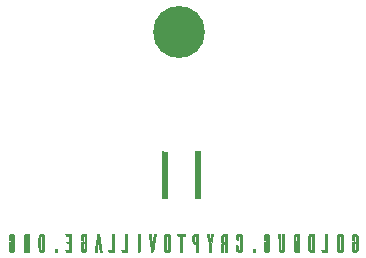
<source format=gbs>
G04 #@! TF.FileFunction,Soldermask,Bot*
%FSLAX46Y46*%
G04 Gerber Fmt 4.6, Leading zero omitted, Abs format (unit mm)*
G04 Created by KiCad (PCBNEW 4.0.5) date Saturday, July 08, 2017 'AMt' 10:12:31 AM*
%MOMM*%
%LPD*%
G01*
G04 APERTURE LIST*
%ADD10C,0.100000*%
%ADD11C,0.010000*%
%ADD12C,4.400000*%
G04 APERTURE END LIST*
D10*
D11*
G36*
X130888875Y-81523351D02*
X131095250Y-81543250D01*
X131112042Y-83495875D01*
X131128835Y-85448500D01*
X130682500Y-85448500D01*
X130682500Y-81503454D01*
X130888875Y-81523351D01*
X130888875Y-81523351D01*
G37*
X130888875Y-81523351D02*
X131095250Y-81543250D01*
X131112042Y-83495875D01*
X131128835Y-85448500D01*
X130682500Y-85448500D01*
X130682500Y-81503454D01*
X130888875Y-81523351D01*
G36*
X133921000Y-85448500D02*
X133476500Y-85448500D01*
X133476500Y-81511500D01*
X133921000Y-81511500D01*
X133921000Y-85448500D01*
X133921000Y-85448500D01*
G37*
X133921000Y-85448500D02*
X133476500Y-85448500D01*
X133476500Y-81511500D01*
X133921000Y-81511500D01*
X133921000Y-85448500D01*
G36*
X118025037Y-88497878D02*
X118065917Y-88502925D01*
X118097773Y-88512821D01*
X118124475Y-88528782D01*
X118149890Y-88552024D01*
X118150668Y-88552841D01*
X118159779Y-88562365D01*
X118167689Y-88571216D01*
X118174483Y-88580597D01*
X118180245Y-88591710D01*
X118185060Y-88605760D01*
X118189014Y-88623950D01*
X118192190Y-88647482D01*
X118194675Y-88677561D01*
X118196552Y-88715390D01*
X118197906Y-88762172D01*
X118198822Y-88819110D01*
X118199385Y-88887408D01*
X118199680Y-88968268D01*
X118199792Y-89062896D01*
X118199805Y-89172492D01*
X118199800Y-89250000D01*
X118199806Y-89369640D01*
X118199768Y-89473551D01*
X118199600Y-89562938D01*
X118199218Y-89639005D01*
X118198536Y-89702958D01*
X118197471Y-89756001D01*
X118195937Y-89799337D01*
X118193849Y-89834173D01*
X118191123Y-89861712D01*
X118187673Y-89883160D01*
X118183415Y-89899720D01*
X118178264Y-89912597D01*
X118172135Y-89922997D01*
X118164943Y-89932123D01*
X118156604Y-89941180D01*
X118150668Y-89947451D01*
X118124786Y-89970792D01*
X118095962Y-89986931D01*
X118060618Y-89996951D01*
X118015177Y-90001933D01*
X117966967Y-90003016D01*
X117912131Y-90001633D01*
X117872247Y-89997554D01*
X117845519Y-89990589D01*
X117844200Y-89990035D01*
X117800276Y-89962454D01*
X117763903Y-89922674D01*
X117750291Y-89900154D01*
X117746116Y-89891096D01*
X117742726Y-89880617D01*
X117740040Y-89866961D01*
X117737977Y-89848371D01*
X117736456Y-89823089D01*
X117735395Y-89789359D01*
X117734714Y-89745423D01*
X117734331Y-89689526D01*
X117734165Y-89619909D01*
X117734134Y-89550519D01*
X117734134Y-89232297D01*
X117754915Y-89211515D01*
X117764080Y-89203140D01*
X117773999Y-89197382D01*
X117787846Y-89193751D01*
X117808796Y-89191758D01*
X117840023Y-89190916D01*
X117884702Y-89190734D01*
X117889851Y-89190733D01*
X118004005Y-89190733D01*
X117978424Y-89247151D01*
X117958762Y-89288790D01*
X117943076Y-89317200D01*
X117929474Y-89335036D01*
X117916061Y-89344953D01*
X117906171Y-89348507D01*
X117885552Y-89353682D01*
X117888160Y-89585296D01*
X117890767Y-89816910D01*
X117913819Y-89839948D01*
X117942928Y-89859194D01*
X117974205Y-89863570D01*
X118003681Y-89853086D01*
X118018864Y-89839654D01*
X118038934Y-89816322D01*
X118038934Y-88683677D01*
X118019884Y-88662030D01*
X117998310Y-88645046D01*
X117974394Y-88635315D01*
X117954238Y-88634397D01*
X117936013Y-88642365D01*
X117919360Y-88655781D01*
X117890767Y-88681314D01*
X117888066Y-88867495D01*
X117885366Y-89053675D01*
X117828800Y-89028553D01*
X117798290Y-89014773D01*
X117775159Y-89002442D01*
X117758386Y-88989053D01*
X117746948Y-88972101D01*
X117739825Y-88949080D01*
X117735996Y-88917483D01*
X117734439Y-88874804D01*
X117734134Y-88818537D01*
X117734134Y-88796224D01*
X117734471Y-88732285D01*
X117735881Y-88682629D01*
X117738957Y-88644612D01*
X117744294Y-88615590D01*
X117752487Y-88592921D01*
X117764130Y-88573959D01*
X117779819Y-88556062D01*
X117790508Y-88545599D01*
X117815917Y-88525014D01*
X117843792Y-88510810D01*
X117877815Y-88501988D01*
X117921668Y-88497546D01*
X117971266Y-88496467D01*
X118025037Y-88497878D01*
X118025037Y-88497878D01*
G37*
X118025037Y-88497878D02*
X118065917Y-88502925D01*
X118097773Y-88512821D01*
X118124475Y-88528782D01*
X118149890Y-88552024D01*
X118150668Y-88552841D01*
X118159779Y-88562365D01*
X118167689Y-88571216D01*
X118174483Y-88580597D01*
X118180245Y-88591710D01*
X118185060Y-88605760D01*
X118189014Y-88623950D01*
X118192190Y-88647482D01*
X118194675Y-88677561D01*
X118196552Y-88715390D01*
X118197906Y-88762172D01*
X118198822Y-88819110D01*
X118199385Y-88887408D01*
X118199680Y-88968268D01*
X118199792Y-89062896D01*
X118199805Y-89172492D01*
X118199800Y-89250000D01*
X118199806Y-89369640D01*
X118199768Y-89473551D01*
X118199600Y-89562938D01*
X118199218Y-89639005D01*
X118198536Y-89702958D01*
X118197471Y-89756001D01*
X118195937Y-89799337D01*
X118193849Y-89834173D01*
X118191123Y-89861712D01*
X118187673Y-89883160D01*
X118183415Y-89899720D01*
X118178264Y-89912597D01*
X118172135Y-89922997D01*
X118164943Y-89932123D01*
X118156604Y-89941180D01*
X118150668Y-89947451D01*
X118124786Y-89970792D01*
X118095962Y-89986931D01*
X118060618Y-89996951D01*
X118015177Y-90001933D01*
X117966967Y-90003016D01*
X117912131Y-90001633D01*
X117872247Y-89997554D01*
X117845519Y-89990589D01*
X117844200Y-89990035D01*
X117800276Y-89962454D01*
X117763903Y-89922674D01*
X117750291Y-89900154D01*
X117746116Y-89891096D01*
X117742726Y-89880617D01*
X117740040Y-89866961D01*
X117737977Y-89848371D01*
X117736456Y-89823089D01*
X117735395Y-89789359D01*
X117734714Y-89745423D01*
X117734331Y-89689526D01*
X117734165Y-89619909D01*
X117734134Y-89550519D01*
X117734134Y-89232297D01*
X117754915Y-89211515D01*
X117764080Y-89203140D01*
X117773999Y-89197382D01*
X117787846Y-89193751D01*
X117808796Y-89191758D01*
X117840023Y-89190916D01*
X117884702Y-89190734D01*
X117889851Y-89190733D01*
X118004005Y-89190733D01*
X117978424Y-89247151D01*
X117958762Y-89288790D01*
X117943076Y-89317200D01*
X117929474Y-89335036D01*
X117916061Y-89344953D01*
X117906171Y-89348507D01*
X117885552Y-89353682D01*
X117888160Y-89585296D01*
X117890767Y-89816910D01*
X117913819Y-89839948D01*
X117942928Y-89859194D01*
X117974205Y-89863570D01*
X118003681Y-89853086D01*
X118018864Y-89839654D01*
X118038934Y-89816322D01*
X118038934Y-88683677D01*
X118019884Y-88662030D01*
X117998310Y-88645046D01*
X117974394Y-88635315D01*
X117954238Y-88634397D01*
X117936013Y-88642365D01*
X117919360Y-88655781D01*
X117890767Y-88681314D01*
X117888066Y-88867495D01*
X117885366Y-89053675D01*
X117828800Y-89028553D01*
X117798290Y-89014773D01*
X117775159Y-89002442D01*
X117758386Y-88989053D01*
X117746948Y-88972101D01*
X117739825Y-88949080D01*
X117735996Y-88917483D01*
X117734439Y-88874804D01*
X117734134Y-88818537D01*
X117734134Y-88796224D01*
X117734471Y-88732285D01*
X117735881Y-88682629D01*
X117738957Y-88644612D01*
X117744294Y-88615590D01*
X117752487Y-88592921D01*
X117764130Y-88573959D01*
X117779819Y-88556062D01*
X117790508Y-88545599D01*
X117815917Y-88525014D01*
X117843792Y-88510810D01*
X117877815Y-88501988D01*
X117921668Y-88497546D01*
X117971266Y-88496467D01*
X118025037Y-88497878D01*
G36*
X120523909Y-88496321D02*
X120570071Y-88499374D01*
X120608773Y-88504885D01*
X120634039Y-88512257D01*
X120671536Y-88536445D01*
X120704188Y-88570497D01*
X120726939Y-88608754D01*
X120731375Y-88621209D01*
X120733355Y-88635067D01*
X120735017Y-88662215D01*
X120736364Y-88703108D01*
X120737403Y-88758199D01*
X120738138Y-88827939D01*
X120738573Y-88912782D01*
X120738713Y-89013182D01*
X120738563Y-89129590D01*
X120738128Y-89262460D01*
X120738107Y-89267556D01*
X120735567Y-89882013D01*
X120712211Y-89917301D01*
X120689746Y-89944600D01*
X120662058Y-89969843D01*
X120653604Y-89975944D01*
X120638489Y-89985383D01*
X120624231Y-89991943D01*
X120607293Y-89996223D01*
X120584139Y-89998823D01*
X120551232Y-90000343D01*
X120505036Y-90001381D01*
X120503393Y-90001411D01*
X120451733Y-90001853D01*
X120413827Y-90000830D01*
X120386538Y-89998104D01*
X120366731Y-89993434D01*
X120358800Y-89990361D01*
X120314244Y-89961949D01*
X120277676Y-89921474D01*
X120264891Y-89900154D01*
X120261827Y-89893608D01*
X120259176Y-89885926D01*
X120256909Y-89875906D01*
X120254995Y-89862346D01*
X120253405Y-89844044D01*
X120252109Y-89819797D01*
X120251077Y-89788403D01*
X120250278Y-89748661D01*
X120249685Y-89699368D01*
X120249265Y-89639322D01*
X120248990Y-89567320D01*
X120248830Y-89482162D01*
X120248754Y-89382644D01*
X120248734Y-89267564D01*
X120248734Y-89250000D01*
X120248734Y-89249258D01*
X120409600Y-89249258D01*
X120409632Y-89361835D01*
X120409748Y-89458696D01*
X120409975Y-89541056D01*
X120410343Y-89610131D01*
X120410879Y-89667139D01*
X120411612Y-89713296D01*
X120412570Y-89749818D01*
X120413781Y-89777921D01*
X120415275Y-89798821D01*
X120417079Y-89813736D01*
X120419221Y-89823881D01*
X120421730Y-89830473D01*
X120423206Y-89832924D01*
X120449253Y-89856584D01*
X120482548Y-89866700D01*
X120519236Y-89862514D01*
X120536770Y-89855279D01*
X120556986Y-89841296D01*
X120570216Y-89826202D01*
X120572200Y-89813829D01*
X120573933Y-89784708D01*
X120575415Y-89739027D01*
X120576640Y-89676968D01*
X120577607Y-89598718D01*
X120578313Y-89504462D01*
X120578755Y-89394383D01*
X120578930Y-89268668D01*
X120578934Y-89248207D01*
X120578949Y-89134356D01*
X120578928Y-89036229D01*
X120578772Y-88952615D01*
X120578379Y-88882307D01*
X120577649Y-88824093D01*
X120576483Y-88776765D01*
X120574780Y-88739113D01*
X120572440Y-88709928D01*
X120569363Y-88687999D01*
X120565449Y-88672118D01*
X120560597Y-88661075D01*
X120554708Y-88653660D01*
X120547680Y-88648664D01*
X120539415Y-88644877D01*
X120529811Y-88641090D01*
X120528612Y-88640598D01*
X120494055Y-88633903D01*
X120459763Y-88639982D01*
X120431811Y-88657496D01*
X120426900Y-88663023D01*
X120423482Y-88667706D01*
X120420546Y-88673247D01*
X120418056Y-88680891D01*
X120415976Y-88691883D01*
X120414268Y-88707469D01*
X120412896Y-88728892D01*
X120411823Y-88757399D01*
X120411012Y-88794234D01*
X120410427Y-88840641D01*
X120410031Y-88897867D01*
X120409787Y-88967155D01*
X120409658Y-89049752D01*
X120409608Y-89146901D01*
X120409600Y-89249258D01*
X120248734Y-89249258D01*
X120248749Y-89132627D01*
X120248815Y-89030986D01*
X120248961Y-88943873D01*
X120249218Y-88870088D01*
X120249616Y-88808427D01*
X120250183Y-88757689D01*
X120250950Y-88716672D01*
X120251948Y-88684173D01*
X120253205Y-88658990D01*
X120254752Y-88639921D01*
X120256618Y-88625765D01*
X120258834Y-88615318D01*
X120261429Y-88607379D01*
X120264433Y-88600746D01*
X120264891Y-88599846D01*
X120296575Y-88554940D01*
X120338491Y-88520852D01*
X120360645Y-88509616D01*
X120388654Y-88502373D01*
X120428401Y-88497773D01*
X120475086Y-88495772D01*
X120523909Y-88496321D01*
X120523909Y-88496321D01*
G37*
X120523909Y-88496321D02*
X120570071Y-88499374D01*
X120608773Y-88504885D01*
X120634039Y-88512257D01*
X120671536Y-88536445D01*
X120704188Y-88570497D01*
X120726939Y-88608754D01*
X120731375Y-88621209D01*
X120733355Y-88635067D01*
X120735017Y-88662215D01*
X120736364Y-88703108D01*
X120737403Y-88758199D01*
X120738138Y-88827939D01*
X120738573Y-88912782D01*
X120738713Y-89013182D01*
X120738563Y-89129590D01*
X120738128Y-89262460D01*
X120738107Y-89267556D01*
X120735567Y-89882013D01*
X120712211Y-89917301D01*
X120689746Y-89944600D01*
X120662058Y-89969843D01*
X120653604Y-89975944D01*
X120638489Y-89985383D01*
X120624231Y-89991943D01*
X120607293Y-89996223D01*
X120584139Y-89998823D01*
X120551232Y-90000343D01*
X120505036Y-90001381D01*
X120503393Y-90001411D01*
X120451733Y-90001853D01*
X120413827Y-90000830D01*
X120386538Y-89998104D01*
X120366731Y-89993434D01*
X120358800Y-89990361D01*
X120314244Y-89961949D01*
X120277676Y-89921474D01*
X120264891Y-89900154D01*
X120261827Y-89893608D01*
X120259176Y-89885926D01*
X120256909Y-89875906D01*
X120254995Y-89862346D01*
X120253405Y-89844044D01*
X120252109Y-89819797D01*
X120251077Y-89788403D01*
X120250278Y-89748661D01*
X120249685Y-89699368D01*
X120249265Y-89639322D01*
X120248990Y-89567320D01*
X120248830Y-89482162D01*
X120248754Y-89382644D01*
X120248734Y-89267564D01*
X120248734Y-89250000D01*
X120248734Y-89249258D01*
X120409600Y-89249258D01*
X120409632Y-89361835D01*
X120409748Y-89458696D01*
X120409975Y-89541056D01*
X120410343Y-89610131D01*
X120410879Y-89667139D01*
X120411612Y-89713296D01*
X120412570Y-89749818D01*
X120413781Y-89777921D01*
X120415275Y-89798821D01*
X120417079Y-89813736D01*
X120419221Y-89823881D01*
X120421730Y-89830473D01*
X120423206Y-89832924D01*
X120449253Y-89856584D01*
X120482548Y-89866700D01*
X120519236Y-89862514D01*
X120536770Y-89855279D01*
X120556986Y-89841296D01*
X120570216Y-89826202D01*
X120572200Y-89813829D01*
X120573933Y-89784708D01*
X120575415Y-89739027D01*
X120576640Y-89676968D01*
X120577607Y-89598718D01*
X120578313Y-89504462D01*
X120578755Y-89394383D01*
X120578930Y-89268668D01*
X120578934Y-89248207D01*
X120578949Y-89134356D01*
X120578928Y-89036229D01*
X120578772Y-88952615D01*
X120578379Y-88882307D01*
X120577649Y-88824093D01*
X120576483Y-88776765D01*
X120574780Y-88739113D01*
X120572440Y-88709928D01*
X120569363Y-88687999D01*
X120565449Y-88672118D01*
X120560597Y-88661075D01*
X120554708Y-88653660D01*
X120547680Y-88648664D01*
X120539415Y-88644877D01*
X120529811Y-88641090D01*
X120528612Y-88640598D01*
X120494055Y-88633903D01*
X120459763Y-88639982D01*
X120431811Y-88657496D01*
X120426900Y-88663023D01*
X120423482Y-88667706D01*
X120420546Y-88673247D01*
X120418056Y-88680891D01*
X120415976Y-88691883D01*
X120414268Y-88707469D01*
X120412896Y-88728892D01*
X120411823Y-88757399D01*
X120411012Y-88794234D01*
X120410427Y-88840641D01*
X120410031Y-88897867D01*
X120409787Y-88967155D01*
X120409658Y-89049752D01*
X120409608Y-89146901D01*
X120409600Y-89249258D01*
X120248734Y-89249258D01*
X120248749Y-89132627D01*
X120248815Y-89030986D01*
X120248961Y-88943873D01*
X120249218Y-88870088D01*
X120249616Y-88808427D01*
X120250183Y-88757689D01*
X120250950Y-88716672D01*
X120251948Y-88684173D01*
X120253205Y-88658990D01*
X120254752Y-88639921D01*
X120256618Y-88625765D01*
X120258834Y-88615318D01*
X120261429Y-88607379D01*
X120264433Y-88600746D01*
X120264891Y-88599846D01*
X120296575Y-88554940D01*
X120338491Y-88520852D01*
X120360645Y-88509616D01*
X120388654Y-88502373D01*
X120428401Y-88497773D01*
X120475086Y-88495772D01*
X120523909Y-88496321D01*
G36*
X124229350Y-88527299D02*
X124259605Y-88555455D01*
X124284605Y-88589790D01*
X124287333Y-88594797D01*
X124308500Y-88635697D01*
X124310839Y-89232018D01*
X124311308Y-89352901D01*
X124311641Y-89458055D01*
X124311748Y-89548687D01*
X124311536Y-89626003D01*
X124310913Y-89691207D01*
X124309790Y-89745506D01*
X124308073Y-89790104D01*
X124305672Y-89826208D01*
X124302495Y-89855022D01*
X124298450Y-89877754D01*
X124293446Y-89895607D01*
X124287393Y-89909787D01*
X124280197Y-89921500D01*
X124271768Y-89931952D01*
X124262014Y-89942348D01*
X124256509Y-89948007D01*
X124232525Y-89969352D01*
X124207447Y-89986681D01*
X124197313Y-89991847D01*
X124175831Y-89996910D01*
X124142250Y-90000495D01*
X124101315Y-90002556D01*
X124057767Y-90003048D01*
X124016350Y-90001927D01*
X123981808Y-89999148D01*
X123958882Y-89994666D01*
X123957387Y-89994113D01*
X123913389Y-89967947D01*
X123876983Y-89929140D01*
X123858444Y-89897189D01*
X123838000Y-89852534D01*
X123840417Y-89537812D01*
X123842834Y-89223089D01*
X123862821Y-89206911D01*
X123873001Y-89200235D01*
X123886229Y-89195666D01*
X123905666Y-89192821D01*
X123934471Y-89191317D01*
X123975802Y-89190770D01*
X123996171Y-89190733D01*
X124037769Y-89190963D01*
X124072505Y-89191594D01*
X124097284Y-89192536D01*
X124109006Y-89193699D01*
X124109534Y-89194016D01*
X124106254Y-89202728D01*
X124097581Y-89222770D01*
X124085265Y-89250121D01*
X124082846Y-89255399D01*
X124059264Y-89301586D01*
X124037792Y-89333207D01*
X124019021Y-89349472D01*
X124010691Y-89351600D01*
X124006925Y-89359628D01*
X124003841Y-89381983D01*
X124001432Y-89416073D01*
X123999691Y-89459307D01*
X123998613Y-89509092D01*
X123998191Y-89562837D01*
X123998420Y-89617949D01*
X123999293Y-89671837D01*
X124000804Y-89721907D01*
X124002947Y-89765570D01*
X124005715Y-89800232D01*
X124009103Y-89823301D01*
X124011830Y-89831149D01*
X124036721Y-89853814D01*
X124067989Y-89864037D01*
X124099970Y-89860032D01*
X124101466Y-89859434D01*
X124111228Y-89855415D01*
X124119641Y-89851222D01*
X124126805Y-89845644D01*
X124132821Y-89837470D01*
X124137790Y-89825488D01*
X124141810Y-89808488D01*
X124144983Y-89785258D01*
X124147408Y-89754587D01*
X124149186Y-89715263D01*
X124150416Y-89666076D01*
X124151200Y-89605814D01*
X124151637Y-89533265D01*
X124151827Y-89447219D01*
X124151870Y-89346464D01*
X124151867Y-89250000D01*
X124151869Y-89136010D01*
X124151808Y-89037742D01*
X124151585Y-88953985D01*
X124151098Y-88883528D01*
X124150248Y-88825159D01*
X124148935Y-88777666D01*
X124147058Y-88739840D01*
X124144518Y-88710468D01*
X124141213Y-88688339D01*
X124137045Y-88672242D01*
X124131912Y-88660966D01*
X124125715Y-88653299D01*
X124118353Y-88648030D01*
X124109727Y-88643948D01*
X124101466Y-88640565D01*
X124077490Y-88634179D01*
X124054786Y-88638602D01*
X124050548Y-88640284D01*
X124036048Y-88646757D01*
X124024873Y-88654098D01*
X124016532Y-88664478D01*
X124010532Y-88680068D01*
X124006380Y-88703038D01*
X124003585Y-88735558D01*
X124001654Y-88779800D01*
X124000096Y-88837934D01*
X123999467Y-88865540D01*
X123995234Y-89054259D01*
X123927412Y-89022366D01*
X123888652Y-89002520D01*
X123863758Y-88985582D01*
X123850300Y-88969849D01*
X123849096Y-88967438D01*
X123844481Y-88948174D01*
X123841211Y-88913338D01*
X123839259Y-88862496D01*
X123838600Y-88795211D01*
X123838600Y-88793920D01*
X123838689Y-88739836D01*
X123839196Y-88699631D01*
X123840484Y-88670250D01*
X123842915Y-88648640D01*
X123846851Y-88631745D01*
X123852654Y-88616512D01*
X123860686Y-88599885D01*
X123861884Y-88597520D01*
X123893005Y-88551735D01*
X123921880Y-88526152D01*
X123936974Y-88516030D01*
X123950317Y-88509025D01*
X123965374Y-88504565D01*
X123985613Y-88502075D01*
X124014498Y-88500980D01*
X124055495Y-88500707D01*
X124075563Y-88500700D01*
X124192534Y-88500700D01*
X124229350Y-88527299D01*
X124229350Y-88527299D01*
G37*
X124229350Y-88527299D02*
X124259605Y-88555455D01*
X124284605Y-88589790D01*
X124287333Y-88594797D01*
X124308500Y-88635697D01*
X124310839Y-89232018D01*
X124311308Y-89352901D01*
X124311641Y-89458055D01*
X124311748Y-89548687D01*
X124311536Y-89626003D01*
X124310913Y-89691207D01*
X124309790Y-89745506D01*
X124308073Y-89790104D01*
X124305672Y-89826208D01*
X124302495Y-89855022D01*
X124298450Y-89877754D01*
X124293446Y-89895607D01*
X124287393Y-89909787D01*
X124280197Y-89921500D01*
X124271768Y-89931952D01*
X124262014Y-89942348D01*
X124256509Y-89948007D01*
X124232525Y-89969352D01*
X124207447Y-89986681D01*
X124197313Y-89991847D01*
X124175831Y-89996910D01*
X124142250Y-90000495D01*
X124101315Y-90002556D01*
X124057767Y-90003048D01*
X124016350Y-90001927D01*
X123981808Y-89999148D01*
X123958882Y-89994666D01*
X123957387Y-89994113D01*
X123913389Y-89967947D01*
X123876983Y-89929140D01*
X123858444Y-89897189D01*
X123838000Y-89852534D01*
X123840417Y-89537812D01*
X123842834Y-89223089D01*
X123862821Y-89206911D01*
X123873001Y-89200235D01*
X123886229Y-89195666D01*
X123905666Y-89192821D01*
X123934471Y-89191317D01*
X123975802Y-89190770D01*
X123996171Y-89190733D01*
X124037769Y-89190963D01*
X124072505Y-89191594D01*
X124097284Y-89192536D01*
X124109006Y-89193699D01*
X124109534Y-89194016D01*
X124106254Y-89202728D01*
X124097581Y-89222770D01*
X124085265Y-89250121D01*
X124082846Y-89255399D01*
X124059264Y-89301586D01*
X124037792Y-89333207D01*
X124019021Y-89349472D01*
X124010691Y-89351600D01*
X124006925Y-89359628D01*
X124003841Y-89381983D01*
X124001432Y-89416073D01*
X123999691Y-89459307D01*
X123998613Y-89509092D01*
X123998191Y-89562837D01*
X123998420Y-89617949D01*
X123999293Y-89671837D01*
X124000804Y-89721907D01*
X124002947Y-89765570D01*
X124005715Y-89800232D01*
X124009103Y-89823301D01*
X124011830Y-89831149D01*
X124036721Y-89853814D01*
X124067989Y-89864037D01*
X124099970Y-89860032D01*
X124101466Y-89859434D01*
X124111228Y-89855415D01*
X124119641Y-89851222D01*
X124126805Y-89845644D01*
X124132821Y-89837470D01*
X124137790Y-89825488D01*
X124141810Y-89808488D01*
X124144983Y-89785258D01*
X124147408Y-89754587D01*
X124149186Y-89715263D01*
X124150416Y-89666076D01*
X124151200Y-89605814D01*
X124151637Y-89533265D01*
X124151827Y-89447219D01*
X124151870Y-89346464D01*
X124151867Y-89250000D01*
X124151869Y-89136010D01*
X124151808Y-89037742D01*
X124151585Y-88953985D01*
X124151098Y-88883528D01*
X124150248Y-88825159D01*
X124148935Y-88777666D01*
X124147058Y-88739840D01*
X124144518Y-88710468D01*
X124141213Y-88688339D01*
X124137045Y-88672242D01*
X124131912Y-88660966D01*
X124125715Y-88653299D01*
X124118353Y-88648030D01*
X124109727Y-88643948D01*
X124101466Y-88640565D01*
X124077490Y-88634179D01*
X124054786Y-88638602D01*
X124050548Y-88640284D01*
X124036048Y-88646757D01*
X124024873Y-88654098D01*
X124016532Y-88664478D01*
X124010532Y-88680068D01*
X124006380Y-88703038D01*
X124003585Y-88735558D01*
X124001654Y-88779800D01*
X124000096Y-88837934D01*
X123999467Y-88865540D01*
X123995234Y-89054259D01*
X123927412Y-89022366D01*
X123888652Y-89002520D01*
X123863758Y-88985582D01*
X123850300Y-88969849D01*
X123849096Y-88967438D01*
X123844481Y-88948174D01*
X123841211Y-88913338D01*
X123839259Y-88862496D01*
X123838600Y-88795211D01*
X123838600Y-88793920D01*
X123838689Y-88739836D01*
X123839196Y-88699631D01*
X123840484Y-88670250D01*
X123842915Y-88648640D01*
X123846851Y-88631745D01*
X123852654Y-88616512D01*
X123860686Y-88599885D01*
X123861884Y-88597520D01*
X123893005Y-88551735D01*
X123921880Y-88526152D01*
X123936974Y-88516030D01*
X123950317Y-88509025D01*
X123965374Y-88504565D01*
X123985613Y-88502075D01*
X124014498Y-88500980D01*
X124055495Y-88500707D01*
X124075563Y-88500700D01*
X124192534Y-88500700D01*
X124229350Y-88527299D01*
G36*
X131129696Y-88497795D02*
X131137061Y-88497959D01*
X131183905Y-88499194D01*
X131217309Y-88500762D01*
X131240767Y-88503302D01*
X131257769Y-88507457D01*
X131271808Y-88513867D01*
X131286376Y-88523172D01*
X131290691Y-88526152D01*
X131328162Y-88562001D01*
X131350650Y-88597520D01*
X131373933Y-88643436D01*
X131373933Y-89857666D01*
X131350283Y-89902938D01*
X131322498Y-89943855D01*
X131290324Y-89973755D01*
X131275444Y-89983832D01*
X131262034Y-89990898D01*
X131246686Y-89995564D01*
X131225995Y-89998435D01*
X131196554Y-90000122D01*
X131154957Y-90001230D01*
X131134058Y-90001650D01*
X131086394Y-90002441D01*
X131052183Y-90002349D01*
X131027951Y-90000943D01*
X131010224Y-89997789D01*
X130995527Y-89992455D01*
X130980386Y-89984511D01*
X130976000Y-89981995D01*
X130934808Y-89952708D01*
X130906620Y-89918236D01*
X130887510Y-89873754D01*
X130887240Y-89872880D01*
X130884680Y-89862565D01*
X130882474Y-89848667D01*
X130880598Y-89829969D01*
X130879026Y-89805251D01*
X130877734Y-89773296D01*
X130876696Y-89732885D01*
X130875887Y-89682798D01*
X130875282Y-89621819D01*
X130874856Y-89548727D01*
X130874584Y-89462305D01*
X130874440Y-89361334D01*
X130874400Y-89250000D01*
X130874413Y-89130812D01*
X130874515Y-89027339D01*
X130874795Y-88938363D01*
X130875348Y-88862666D01*
X130876264Y-88799028D01*
X130877635Y-88746233D01*
X130879553Y-88703061D01*
X130881150Y-88681344D01*
X131039500Y-88681344D01*
X131039500Y-89248416D01*
X131039512Y-89360242D01*
X131039570Y-89456369D01*
X131039711Y-89538032D01*
X131039970Y-89606466D01*
X131040382Y-89662906D01*
X131040985Y-89708585D01*
X131041812Y-89744740D01*
X131042901Y-89772604D01*
X131044286Y-89793413D01*
X131046003Y-89808400D01*
X131048088Y-89818801D01*
X131050577Y-89825851D01*
X131053505Y-89830784D01*
X131056433Y-89834310D01*
X131088277Y-89858690D01*
X131124318Y-89867255D01*
X131162034Y-89859521D01*
X131169506Y-89856001D01*
X131190065Y-89839803D01*
X131202952Y-89821736D01*
X131205139Y-89812202D01*
X131207023Y-89793300D01*
X131208620Y-89764153D01*
X131209945Y-89723883D01*
X131211013Y-89671610D01*
X131211841Y-89606458D01*
X131212443Y-89527546D01*
X131212836Y-89433997D01*
X131213034Y-89324933D01*
X131213067Y-89250000D01*
X131212980Y-89130987D01*
X131212708Y-89028028D01*
X131212236Y-88940245D01*
X131211548Y-88866759D01*
X131210629Y-88806692D01*
X131209463Y-88759166D01*
X131208035Y-88723302D01*
X131206329Y-88698222D01*
X131204330Y-88683047D01*
X131202952Y-88678263D01*
X131182494Y-88651598D01*
X131153349Y-88636429D01*
X131119869Y-88633448D01*
X131086405Y-88643349D01*
X131067150Y-88656639D01*
X131039500Y-88681344D01*
X130881150Y-88681344D01*
X130882110Y-88668295D01*
X130885397Y-88640716D01*
X130889508Y-88619105D01*
X130894532Y-88602245D01*
X130900563Y-88588918D01*
X130907693Y-88577904D01*
X130916012Y-88567986D01*
X130925613Y-88557946D01*
X130926654Y-88556881D01*
X130951269Y-88533678D01*
X130974935Y-88517117D01*
X131001131Y-88506222D01*
X131033338Y-88500020D01*
X131075033Y-88497536D01*
X131129696Y-88497795D01*
X131129696Y-88497795D01*
G37*
X131129696Y-88497795D02*
X131137061Y-88497959D01*
X131183905Y-88499194D01*
X131217309Y-88500762D01*
X131240767Y-88503302D01*
X131257769Y-88507457D01*
X131271808Y-88513867D01*
X131286376Y-88523172D01*
X131290691Y-88526152D01*
X131328162Y-88562001D01*
X131350650Y-88597520D01*
X131373933Y-88643436D01*
X131373933Y-89857666D01*
X131350283Y-89902938D01*
X131322498Y-89943855D01*
X131290324Y-89973755D01*
X131275444Y-89983832D01*
X131262034Y-89990898D01*
X131246686Y-89995564D01*
X131225995Y-89998435D01*
X131196554Y-90000122D01*
X131154957Y-90001230D01*
X131134058Y-90001650D01*
X131086394Y-90002441D01*
X131052183Y-90002349D01*
X131027951Y-90000943D01*
X131010224Y-89997789D01*
X130995527Y-89992455D01*
X130980386Y-89984511D01*
X130976000Y-89981995D01*
X130934808Y-89952708D01*
X130906620Y-89918236D01*
X130887510Y-89873754D01*
X130887240Y-89872880D01*
X130884680Y-89862565D01*
X130882474Y-89848667D01*
X130880598Y-89829969D01*
X130879026Y-89805251D01*
X130877734Y-89773296D01*
X130876696Y-89732885D01*
X130875887Y-89682798D01*
X130875282Y-89621819D01*
X130874856Y-89548727D01*
X130874584Y-89462305D01*
X130874440Y-89361334D01*
X130874400Y-89250000D01*
X130874413Y-89130812D01*
X130874515Y-89027339D01*
X130874795Y-88938363D01*
X130875348Y-88862666D01*
X130876264Y-88799028D01*
X130877635Y-88746233D01*
X130879553Y-88703061D01*
X130881150Y-88681344D01*
X131039500Y-88681344D01*
X131039500Y-89248416D01*
X131039512Y-89360242D01*
X131039570Y-89456369D01*
X131039711Y-89538032D01*
X131039970Y-89606466D01*
X131040382Y-89662906D01*
X131040985Y-89708585D01*
X131041812Y-89744740D01*
X131042901Y-89772604D01*
X131044286Y-89793413D01*
X131046003Y-89808400D01*
X131048088Y-89818801D01*
X131050577Y-89825851D01*
X131053505Y-89830784D01*
X131056433Y-89834310D01*
X131088277Y-89858690D01*
X131124318Y-89867255D01*
X131162034Y-89859521D01*
X131169506Y-89856001D01*
X131190065Y-89839803D01*
X131202952Y-89821736D01*
X131205139Y-89812202D01*
X131207023Y-89793300D01*
X131208620Y-89764153D01*
X131209945Y-89723883D01*
X131211013Y-89671610D01*
X131211841Y-89606458D01*
X131212443Y-89527546D01*
X131212836Y-89433997D01*
X131213034Y-89324933D01*
X131213067Y-89250000D01*
X131212980Y-89130987D01*
X131212708Y-89028028D01*
X131212236Y-88940245D01*
X131211548Y-88866759D01*
X131210629Y-88806692D01*
X131209463Y-88759166D01*
X131208035Y-88723302D01*
X131206329Y-88698222D01*
X131204330Y-88683047D01*
X131202952Y-88678263D01*
X131182494Y-88651598D01*
X131153349Y-88636429D01*
X131119869Y-88633448D01*
X131086405Y-88643349D01*
X131067150Y-88656639D01*
X131039500Y-88681344D01*
X130881150Y-88681344D01*
X130882110Y-88668295D01*
X130885397Y-88640716D01*
X130889508Y-88619105D01*
X130894532Y-88602245D01*
X130900563Y-88588918D01*
X130907693Y-88577904D01*
X130916012Y-88567986D01*
X130925613Y-88557946D01*
X130926654Y-88556881D01*
X130951269Y-88533678D01*
X130974935Y-88517117D01*
X131001131Y-88506222D01*
X131033338Y-88500020D01*
X131075033Y-88497536D01*
X131129696Y-88497795D01*
G36*
X137279995Y-88497374D02*
X137318375Y-88500841D01*
X137347828Y-88507986D01*
X137372326Y-88519928D01*
X137395843Y-88537785D01*
X137405092Y-88546116D01*
X137425445Y-88569271D01*
X137443521Y-88596499D01*
X137445309Y-88599846D01*
X137448373Y-88606392D01*
X137451024Y-88614073D01*
X137453292Y-88624093D01*
X137455205Y-88637653D01*
X137456795Y-88655956D01*
X137458092Y-88680203D01*
X137459124Y-88711596D01*
X137459922Y-88751339D01*
X137460516Y-88800632D01*
X137460935Y-88860678D01*
X137461210Y-88932679D01*
X137461370Y-89017838D01*
X137461446Y-89117356D01*
X137461467Y-89232436D01*
X137461467Y-89250000D01*
X137461451Y-89367372D01*
X137461385Y-89469014D01*
X137461239Y-89556126D01*
X137460982Y-89629912D01*
X137460585Y-89691572D01*
X137460017Y-89742310D01*
X137459250Y-89783328D01*
X137458253Y-89815827D01*
X137456995Y-89841010D01*
X137455449Y-89860078D01*
X137453582Y-89874235D01*
X137451367Y-89884681D01*
X137448772Y-89892620D01*
X137445768Y-89899254D01*
X137445309Y-89900154D01*
X137413888Y-89944325D01*
X137371185Y-89980026D01*
X137353937Y-89989867D01*
X137328221Y-89997576D01*
X137290695Y-90002386D01*
X137246228Y-90004342D01*
X137199684Y-90003491D01*
X137155932Y-89999877D01*
X137119837Y-89993549D01*
X137101634Y-89987482D01*
X137073927Y-89971286D01*
X137048806Y-89951343D01*
X137044933Y-89947451D01*
X137030415Y-89930938D01*
X137019064Y-89914492D01*
X137010494Y-89895824D01*
X137004318Y-89872650D01*
X137000150Y-89842682D01*
X136997604Y-89803634D01*
X136996294Y-89753220D01*
X136995833Y-89689153D01*
X136995800Y-89656558D01*
X136995800Y-89452973D01*
X137023317Y-89464606D01*
X137075062Y-89487678D01*
X137111003Y-89506506D01*
X137131655Y-89521377D01*
X137136648Y-89527901D01*
X137139195Y-89540893D01*
X137141888Y-89567601D01*
X137144487Y-89604811D01*
X137146754Y-89649310D01*
X137147900Y-89679513D01*
X137149672Y-89730660D01*
X137151411Y-89767723D01*
X137153605Y-89793541D01*
X137156743Y-89810954D01*
X137161313Y-89822804D01*
X137167804Y-89831929D01*
X137175486Y-89839956D01*
X137205279Y-89859412D01*
X137237541Y-89862989D01*
X137268863Y-89850687D01*
X137281781Y-89839934D01*
X137304834Y-89816882D01*
X137304834Y-88683118D01*
X137281781Y-88660066D01*
X137251999Y-88640597D01*
X137219740Y-88637007D01*
X137188411Y-88649296D01*
X137175486Y-88660045D01*
X137152434Y-88683077D01*
X137148200Y-88864282D01*
X137143967Y-89045487D01*
X137083841Y-89017621D01*
X137054890Y-89003905D01*
X137033103Y-88991514D01*
X137017461Y-88977871D01*
X137006947Y-88960399D01*
X137000542Y-88936523D01*
X136997228Y-88903665D01*
X136995987Y-88859250D01*
X136995800Y-88800701D01*
X136995800Y-88794877D01*
X136996222Y-88731401D01*
X136997854Y-88682142D01*
X137001245Y-88644397D01*
X137006943Y-88615463D01*
X137015497Y-88592638D01*
X137027456Y-88573217D01*
X137043368Y-88554499D01*
X137044933Y-88552841D01*
X137069621Y-88529893D01*
X137095263Y-88513939D01*
X137125613Y-88503826D01*
X137164426Y-88498404D01*
X137215455Y-88496520D01*
X137228717Y-88496467D01*
X137279995Y-88497374D01*
X137279995Y-88497374D01*
G37*
X137279995Y-88497374D02*
X137318375Y-88500841D01*
X137347828Y-88507986D01*
X137372326Y-88519928D01*
X137395843Y-88537785D01*
X137405092Y-88546116D01*
X137425445Y-88569271D01*
X137443521Y-88596499D01*
X137445309Y-88599846D01*
X137448373Y-88606392D01*
X137451024Y-88614073D01*
X137453292Y-88624093D01*
X137455205Y-88637653D01*
X137456795Y-88655956D01*
X137458092Y-88680203D01*
X137459124Y-88711596D01*
X137459922Y-88751339D01*
X137460516Y-88800632D01*
X137460935Y-88860678D01*
X137461210Y-88932679D01*
X137461370Y-89017838D01*
X137461446Y-89117356D01*
X137461467Y-89232436D01*
X137461467Y-89250000D01*
X137461451Y-89367372D01*
X137461385Y-89469014D01*
X137461239Y-89556126D01*
X137460982Y-89629912D01*
X137460585Y-89691572D01*
X137460017Y-89742310D01*
X137459250Y-89783328D01*
X137458253Y-89815827D01*
X137456995Y-89841010D01*
X137455449Y-89860078D01*
X137453582Y-89874235D01*
X137451367Y-89884681D01*
X137448772Y-89892620D01*
X137445768Y-89899254D01*
X137445309Y-89900154D01*
X137413888Y-89944325D01*
X137371185Y-89980026D01*
X137353937Y-89989867D01*
X137328221Y-89997576D01*
X137290695Y-90002386D01*
X137246228Y-90004342D01*
X137199684Y-90003491D01*
X137155932Y-89999877D01*
X137119837Y-89993549D01*
X137101634Y-89987482D01*
X137073927Y-89971286D01*
X137048806Y-89951343D01*
X137044933Y-89947451D01*
X137030415Y-89930938D01*
X137019064Y-89914492D01*
X137010494Y-89895824D01*
X137004318Y-89872650D01*
X137000150Y-89842682D01*
X136997604Y-89803634D01*
X136996294Y-89753220D01*
X136995833Y-89689153D01*
X136995800Y-89656558D01*
X136995800Y-89452973D01*
X137023317Y-89464606D01*
X137075062Y-89487678D01*
X137111003Y-89506506D01*
X137131655Y-89521377D01*
X137136648Y-89527901D01*
X137139195Y-89540893D01*
X137141888Y-89567601D01*
X137144487Y-89604811D01*
X137146754Y-89649310D01*
X137147900Y-89679513D01*
X137149672Y-89730660D01*
X137151411Y-89767723D01*
X137153605Y-89793541D01*
X137156743Y-89810954D01*
X137161313Y-89822804D01*
X137167804Y-89831929D01*
X137175486Y-89839956D01*
X137205279Y-89859412D01*
X137237541Y-89862989D01*
X137268863Y-89850687D01*
X137281781Y-89839934D01*
X137304834Y-89816882D01*
X137304834Y-88683118D01*
X137281781Y-88660066D01*
X137251999Y-88640597D01*
X137219740Y-88637007D01*
X137188411Y-88649296D01*
X137175486Y-88660045D01*
X137152434Y-88683077D01*
X137148200Y-88864282D01*
X137143967Y-89045487D01*
X137083841Y-89017621D01*
X137054890Y-89003905D01*
X137033103Y-88991514D01*
X137017461Y-88977871D01*
X137006947Y-88960399D01*
X137000542Y-88936523D01*
X136997228Y-88903665D01*
X136995987Y-88859250D01*
X136995800Y-88800701D01*
X136995800Y-88794877D01*
X136996222Y-88731401D01*
X136997854Y-88682142D01*
X137001245Y-88644397D01*
X137006943Y-88615463D01*
X137015497Y-88592638D01*
X137027456Y-88573217D01*
X137043368Y-88554499D01*
X137044933Y-88552841D01*
X137069621Y-88529893D01*
X137095263Y-88513939D01*
X137125613Y-88503826D01*
X137164426Y-88498404D01*
X137215455Y-88496520D01*
X137228717Y-88496467D01*
X137279995Y-88497374D01*
G36*
X139605042Y-88497615D02*
X139645164Y-88501885D01*
X139676298Y-88510508D01*
X139702361Y-88524717D01*
X139727273Y-88545748D01*
X139735832Y-88554315D01*
X139745882Y-88564791D01*
X139754599Y-88574901D01*
X139762080Y-88585865D01*
X139768417Y-88598905D01*
X139773707Y-88615240D01*
X139778044Y-88636092D01*
X139781522Y-88662682D01*
X139784236Y-88696230D01*
X139786280Y-88737957D01*
X139787751Y-88789084D01*
X139788741Y-88850832D01*
X139789347Y-88924421D01*
X139789662Y-89011072D01*
X139789782Y-89112007D01*
X139789800Y-89228445D01*
X139789800Y-89250000D01*
X139789789Y-89369212D01*
X139789694Y-89472711D01*
X139789419Y-89561719D01*
X139788870Y-89637455D01*
X139787952Y-89701141D01*
X139786570Y-89753998D01*
X139784630Y-89797247D01*
X139782037Y-89832107D01*
X139778697Y-89859800D01*
X139774514Y-89881547D01*
X139769394Y-89898569D01*
X139763242Y-89912085D01*
X139755964Y-89923318D01*
X139747464Y-89933487D01*
X139737649Y-89943814D01*
X139735832Y-89945685D01*
X139710532Y-89969151D01*
X139685380Y-89985432D01*
X139656474Y-89995751D01*
X139619911Y-90001334D01*
X139571788Y-90003405D01*
X139551454Y-90003526D01*
X139506543Y-90003023D01*
X139474295Y-90001137D01*
X139450462Y-89997291D01*
X139430792Y-89990912D01*
X139419193Y-89985614D01*
X139377430Y-89956772D01*
X139344376Y-89917782D01*
X139325331Y-89877191D01*
X139322250Y-89857687D01*
X139319762Y-89821668D01*
X139317864Y-89769047D01*
X139316553Y-89699738D01*
X139315828Y-89613657D01*
X139315667Y-89538616D01*
X139315667Y-89232297D01*
X139336449Y-89211515D01*
X139345591Y-89203157D01*
X139355483Y-89197404D01*
X139369289Y-89193771D01*
X139390173Y-89191771D01*
X139421299Y-89190921D01*
X139465833Y-89190734D01*
X139471915Y-89190733D01*
X139513739Y-89191173D01*
X139548691Y-89192380D01*
X139573700Y-89194183D01*
X139585699Y-89196412D01*
X139586310Y-89197083D01*
X139581512Y-89212448D01*
X139569677Y-89236876D01*
X139553351Y-89266156D01*
X139535077Y-89296076D01*
X139517400Y-89322424D01*
X139502865Y-89340988D01*
X139495584Y-89347258D01*
X139476534Y-89355615D01*
X139476534Y-89582764D01*
X139476864Y-89654746D01*
X139477823Y-89716072D01*
X139479360Y-89765334D01*
X139481424Y-89801122D01*
X139483965Y-89822025D01*
X139485251Y-89826202D01*
X139500928Y-89843150D01*
X139525211Y-89858415D01*
X139550042Y-89867318D01*
X139557393Y-89868067D01*
X139571341Y-89862409D01*
X139590677Y-89848079D01*
X139600147Y-89839280D01*
X139628934Y-89810493D01*
X139628934Y-88689506D01*
X139599124Y-88659697D01*
X139579148Y-88641649D01*
X139563505Y-88634173D01*
X139545959Y-88634612D01*
X139542003Y-88635349D01*
X139516989Y-88644563D01*
X139497730Y-88657755D01*
X139492186Y-88664369D01*
X139487903Y-88673226D01*
X139484651Y-88686576D01*
X139482198Y-88706668D01*
X139480313Y-88735755D01*
X139478767Y-88776086D01*
X139477327Y-88829911D01*
X139476534Y-88864478D01*
X139472300Y-89054259D01*
X139404479Y-89022366D01*
X139365719Y-89002520D01*
X139340824Y-88985582D01*
X139327367Y-88969849D01*
X139326162Y-88967438D01*
X139322167Y-88949792D01*
X139319101Y-88918791D01*
X139316973Y-88877990D01*
X139315793Y-88830940D01*
X139315569Y-88781197D01*
X139316309Y-88732314D01*
X139318022Y-88687845D01*
X139320716Y-88651342D01*
X139324400Y-88626361D01*
X139325331Y-88622809D01*
X139346591Y-88578851D01*
X139380440Y-88540565D01*
X139419930Y-88514160D01*
X139439624Y-88506010D01*
X139461134Y-88500749D01*
X139488749Y-88497803D01*
X139526759Y-88496597D01*
X139552010Y-88496467D01*
X139605042Y-88497615D01*
X139605042Y-88497615D01*
G37*
X139605042Y-88497615D02*
X139645164Y-88501885D01*
X139676298Y-88510508D01*
X139702361Y-88524717D01*
X139727273Y-88545748D01*
X139735832Y-88554315D01*
X139745882Y-88564791D01*
X139754599Y-88574901D01*
X139762080Y-88585865D01*
X139768417Y-88598905D01*
X139773707Y-88615240D01*
X139778044Y-88636092D01*
X139781522Y-88662682D01*
X139784236Y-88696230D01*
X139786280Y-88737957D01*
X139787751Y-88789084D01*
X139788741Y-88850832D01*
X139789347Y-88924421D01*
X139789662Y-89011072D01*
X139789782Y-89112007D01*
X139789800Y-89228445D01*
X139789800Y-89250000D01*
X139789789Y-89369212D01*
X139789694Y-89472711D01*
X139789419Y-89561719D01*
X139788870Y-89637455D01*
X139787952Y-89701141D01*
X139786570Y-89753998D01*
X139784630Y-89797247D01*
X139782037Y-89832107D01*
X139778697Y-89859800D01*
X139774514Y-89881547D01*
X139769394Y-89898569D01*
X139763242Y-89912085D01*
X139755964Y-89923318D01*
X139747464Y-89933487D01*
X139737649Y-89943814D01*
X139735832Y-89945685D01*
X139710532Y-89969151D01*
X139685380Y-89985432D01*
X139656474Y-89995751D01*
X139619911Y-90001334D01*
X139571788Y-90003405D01*
X139551454Y-90003526D01*
X139506543Y-90003023D01*
X139474295Y-90001137D01*
X139450462Y-89997291D01*
X139430792Y-89990912D01*
X139419193Y-89985614D01*
X139377430Y-89956772D01*
X139344376Y-89917782D01*
X139325331Y-89877191D01*
X139322250Y-89857687D01*
X139319762Y-89821668D01*
X139317864Y-89769047D01*
X139316553Y-89699738D01*
X139315828Y-89613657D01*
X139315667Y-89538616D01*
X139315667Y-89232297D01*
X139336449Y-89211515D01*
X139345591Y-89203157D01*
X139355483Y-89197404D01*
X139369289Y-89193771D01*
X139390173Y-89191771D01*
X139421299Y-89190921D01*
X139465833Y-89190734D01*
X139471915Y-89190733D01*
X139513739Y-89191173D01*
X139548691Y-89192380D01*
X139573700Y-89194183D01*
X139585699Y-89196412D01*
X139586310Y-89197083D01*
X139581512Y-89212448D01*
X139569677Y-89236876D01*
X139553351Y-89266156D01*
X139535077Y-89296076D01*
X139517400Y-89322424D01*
X139502865Y-89340988D01*
X139495584Y-89347258D01*
X139476534Y-89355615D01*
X139476534Y-89582764D01*
X139476864Y-89654746D01*
X139477823Y-89716072D01*
X139479360Y-89765334D01*
X139481424Y-89801122D01*
X139483965Y-89822025D01*
X139485251Y-89826202D01*
X139500928Y-89843150D01*
X139525211Y-89858415D01*
X139550042Y-89867318D01*
X139557393Y-89868067D01*
X139571341Y-89862409D01*
X139590677Y-89848079D01*
X139600147Y-89839280D01*
X139628934Y-89810493D01*
X139628934Y-88689506D01*
X139599124Y-88659697D01*
X139579148Y-88641649D01*
X139563505Y-88634173D01*
X139545959Y-88634612D01*
X139542003Y-88635349D01*
X139516989Y-88644563D01*
X139497730Y-88657755D01*
X139492186Y-88664369D01*
X139487903Y-88673226D01*
X139484651Y-88686576D01*
X139482198Y-88706668D01*
X139480313Y-88735755D01*
X139478767Y-88776086D01*
X139477327Y-88829911D01*
X139476534Y-88864478D01*
X139472300Y-89054259D01*
X139404479Y-89022366D01*
X139365719Y-89002520D01*
X139340824Y-88985582D01*
X139327367Y-88969849D01*
X139326162Y-88967438D01*
X139322167Y-88949792D01*
X139319101Y-88918791D01*
X139316973Y-88877990D01*
X139315793Y-88830940D01*
X139315569Y-88781197D01*
X139316309Y-88732314D01*
X139318022Y-88687845D01*
X139320716Y-88651342D01*
X139324400Y-88626361D01*
X139325331Y-88622809D01*
X139346591Y-88578851D01*
X139380440Y-88540565D01*
X139419930Y-88514160D01*
X139439624Y-88506010D01*
X139461134Y-88500749D01*
X139488749Y-88497803D01*
X139526759Y-88496597D01*
X139552010Y-88496467D01*
X139605042Y-88497615D01*
G36*
X141026052Y-88504067D02*
X141035375Y-88508110D01*
X141043083Y-88516030D01*
X141049335Y-88528915D01*
X141054289Y-88547851D01*
X141058103Y-88573927D01*
X141060937Y-88608228D01*
X141062950Y-88651842D01*
X141064299Y-88705857D01*
X141065144Y-88771358D01*
X141065643Y-88849433D01*
X141065955Y-88941170D01*
X141066239Y-89047655D01*
X141066653Y-89169975D01*
X141066657Y-89170999D01*
X141067116Y-89310442D01*
X141067280Y-89433288D01*
X141067147Y-89539869D01*
X141066714Y-89630518D01*
X141065977Y-89705569D01*
X141064934Y-89765355D01*
X141063580Y-89810208D01*
X141061913Y-89840462D01*
X141060066Y-89855846D01*
X141041233Y-89904817D01*
X141008659Y-89947211D01*
X140965312Y-89979202D01*
X140963731Y-89980037D01*
X140942252Y-89989315D01*
X140917596Y-89995296D01*
X140885068Y-89998781D01*
X140843900Y-90000477D01*
X140803165Y-90000637D01*
X140764662Y-89999320D01*
X140734257Y-89996785D01*
X140723897Y-89995137D01*
X140672085Y-89978522D01*
X140631737Y-89951594D01*
X140599281Y-89911667D01*
X140588774Y-89893467D01*
X140585900Y-89887416D01*
X140583389Y-89879996D01*
X140581211Y-89870069D01*
X140579337Y-89856497D01*
X140577738Y-89838142D01*
X140576385Y-89813866D01*
X140575249Y-89782532D01*
X140574300Y-89743002D01*
X140573509Y-89694138D01*
X140572848Y-89634803D01*
X140572287Y-89563858D01*
X140571797Y-89480165D01*
X140571348Y-89382587D01*
X140570912Y-89269987D01*
X140570609Y-89184383D01*
X140568250Y-88504933D01*
X140729294Y-88504933D01*
X140733834Y-89816887D01*
X140756604Y-89839654D01*
X140786269Y-89858330D01*
X140821102Y-89863917D01*
X140855527Y-89856415D01*
X140880397Y-89839654D01*
X140903167Y-89816887D01*
X140905436Y-89160910D01*
X140907706Y-88504933D01*
X140969435Y-88504933D01*
X140986805Y-88504336D01*
X141001926Y-88503267D01*
X141014955Y-88502816D01*
X141026052Y-88504067D01*
X141026052Y-88504067D01*
G37*
X141026052Y-88504067D02*
X141035375Y-88508110D01*
X141043083Y-88516030D01*
X141049335Y-88528915D01*
X141054289Y-88547851D01*
X141058103Y-88573927D01*
X141060937Y-88608228D01*
X141062950Y-88651842D01*
X141064299Y-88705857D01*
X141065144Y-88771358D01*
X141065643Y-88849433D01*
X141065955Y-88941170D01*
X141066239Y-89047655D01*
X141066653Y-89169975D01*
X141066657Y-89170999D01*
X141067116Y-89310442D01*
X141067280Y-89433288D01*
X141067147Y-89539869D01*
X141066714Y-89630518D01*
X141065977Y-89705569D01*
X141064934Y-89765355D01*
X141063580Y-89810208D01*
X141061913Y-89840462D01*
X141060066Y-89855846D01*
X141041233Y-89904817D01*
X141008659Y-89947211D01*
X140965312Y-89979202D01*
X140963731Y-89980037D01*
X140942252Y-89989315D01*
X140917596Y-89995296D01*
X140885068Y-89998781D01*
X140843900Y-90000477D01*
X140803165Y-90000637D01*
X140764662Y-89999320D01*
X140734257Y-89996785D01*
X140723897Y-89995137D01*
X140672085Y-89978522D01*
X140631737Y-89951594D01*
X140599281Y-89911667D01*
X140588774Y-89893467D01*
X140585900Y-89887416D01*
X140583389Y-89879996D01*
X140581211Y-89870069D01*
X140579337Y-89856497D01*
X140577738Y-89838142D01*
X140576385Y-89813866D01*
X140575249Y-89782532D01*
X140574300Y-89743002D01*
X140573509Y-89694138D01*
X140572848Y-89634803D01*
X140572287Y-89563858D01*
X140571797Y-89480165D01*
X140571348Y-89382587D01*
X140570912Y-89269987D01*
X140570609Y-89184383D01*
X140568250Y-88504933D01*
X140729294Y-88504933D01*
X140733834Y-89816887D01*
X140756604Y-89839654D01*
X140786269Y-89858330D01*
X140821102Y-89863917D01*
X140855527Y-89856415D01*
X140880397Y-89839654D01*
X140903167Y-89816887D01*
X140905436Y-89160910D01*
X140907706Y-88504933D01*
X140969435Y-88504933D01*
X140986805Y-88504336D01*
X141001926Y-88503267D01*
X141014955Y-88502816D01*
X141026052Y-88504067D01*
G36*
X145937880Y-88528047D02*
X145977129Y-88564557D01*
X145997146Y-88595781D01*
X146017033Y-88636167D01*
X146019692Y-89224600D01*
X146020172Y-89356745D01*
X146020337Y-89472414D01*
X146020184Y-89572060D01*
X146019708Y-89656137D01*
X146018904Y-89725099D01*
X146017766Y-89779399D01*
X146016290Y-89819492D01*
X146014472Y-89845832D01*
X146012982Y-89856380D01*
X145995376Y-89902076D01*
X145965043Y-89944324D01*
X145926094Y-89977883D01*
X145910628Y-89986892D01*
X145893924Y-89994079D01*
X145874739Y-89998902D01*
X145849395Y-90001794D01*
X145814212Y-90003190D01*
X145769721Y-90003526D01*
X145722652Y-90003159D01*
X145688674Y-90001744D01*
X145663954Y-89998804D01*
X145644658Y-89993863D01*
X145626954Y-89986443D01*
X145625058Y-89985514D01*
X145597769Y-89968304D01*
X145573750Y-89947161D01*
X145568170Y-89940615D01*
X145559481Y-89929323D01*
X145551949Y-89918998D01*
X145545490Y-89908408D01*
X145540022Y-89896322D01*
X145535464Y-89881508D01*
X145531731Y-89862736D01*
X145528743Y-89838772D01*
X145526417Y-89808386D01*
X145524669Y-89770347D01*
X145523419Y-89723423D01*
X145522582Y-89666382D01*
X145522077Y-89597994D01*
X145521822Y-89517026D01*
X145521734Y-89422247D01*
X145521730Y-89312425D01*
X145521731Y-89280332D01*
X145681580Y-89280332D01*
X145681779Y-89366367D01*
X145682260Y-89450037D01*
X145683023Y-89529589D01*
X145684069Y-89603274D01*
X145685399Y-89669339D01*
X145687013Y-89726035D01*
X145688912Y-89771611D01*
X145691097Y-89804315D01*
X145693568Y-89822397D01*
X145694415Y-89824801D01*
X145717098Y-89849987D01*
X145747851Y-89863440D01*
X145782108Y-89864702D01*
X145815302Y-89853312D01*
X145834175Y-89838876D01*
X145856167Y-89816888D01*
X145860751Y-88692916D01*
X145838899Y-88666946D01*
X145810923Y-88644596D01*
X145778075Y-88634602D01*
X145744753Y-88636716D01*
X145715353Y-88650692D01*
X145694901Y-88675039D01*
X145692327Y-88688436D01*
X145690027Y-88716976D01*
X145688001Y-88758908D01*
X145686252Y-88812481D01*
X145684778Y-88875945D01*
X145683581Y-88947547D01*
X145682663Y-89025538D01*
X145682022Y-89108166D01*
X145681661Y-89193681D01*
X145681580Y-89280332D01*
X145521731Y-89280332D01*
X145521733Y-89247005D01*
X145521733Y-88642333D01*
X145545384Y-88597061D01*
X145573307Y-88555983D01*
X145605380Y-88526244D01*
X145641726Y-88500700D01*
X145898500Y-88500700D01*
X145937880Y-88528047D01*
X145937880Y-88528047D01*
G37*
X145937880Y-88528047D02*
X145977129Y-88564557D01*
X145997146Y-88595781D01*
X146017033Y-88636167D01*
X146019692Y-89224600D01*
X146020172Y-89356745D01*
X146020337Y-89472414D01*
X146020184Y-89572060D01*
X146019708Y-89656137D01*
X146018904Y-89725099D01*
X146017766Y-89779399D01*
X146016290Y-89819492D01*
X146014472Y-89845832D01*
X146012982Y-89856380D01*
X145995376Y-89902076D01*
X145965043Y-89944324D01*
X145926094Y-89977883D01*
X145910628Y-89986892D01*
X145893924Y-89994079D01*
X145874739Y-89998902D01*
X145849395Y-90001794D01*
X145814212Y-90003190D01*
X145769721Y-90003526D01*
X145722652Y-90003159D01*
X145688674Y-90001744D01*
X145663954Y-89998804D01*
X145644658Y-89993863D01*
X145626954Y-89986443D01*
X145625058Y-89985514D01*
X145597769Y-89968304D01*
X145573750Y-89947161D01*
X145568170Y-89940615D01*
X145559481Y-89929323D01*
X145551949Y-89918998D01*
X145545490Y-89908408D01*
X145540022Y-89896322D01*
X145535464Y-89881508D01*
X145531731Y-89862736D01*
X145528743Y-89838772D01*
X145526417Y-89808386D01*
X145524669Y-89770347D01*
X145523419Y-89723423D01*
X145522582Y-89666382D01*
X145522077Y-89597994D01*
X145521822Y-89517026D01*
X145521734Y-89422247D01*
X145521730Y-89312425D01*
X145521731Y-89280332D01*
X145681580Y-89280332D01*
X145681779Y-89366367D01*
X145682260Y-89450037D01*
X145683023Y-89529589D01*
X145684069Y-89603274D01*
X145685399Y-89669339D01*
X145687013Y-89726035D01*
X145688912Y-89771611D01*
X145691097Y-89804315D01*
X145693568Y-89822397D01*
X145694415Y-89824801D01*
X145717098Y-89849987D01*
X145747851Y-89863440D01*
X145782108Y-89864702D01*
X145815302Y-89853312D01*
X145834175Y-89838876D01*
X145856167Y-89816888D01*
X145860751Y-88692916D01*
X145838899Y-88666946D01*
X145810923Y-88644596D01*
X145778075Y-88634602D01*
X145744753Y-88636716D01*
X145715353Y-88650692D01*
X145694901Y-88675039D01*
X145692327Y-88688436D01*
X145690027Y-88716976D01*
X145688001Y-88758908D01*
X145686252Y-88812481D01*
X145684778Y-88875945D01*
X145683581Y-88947547D01*
X145682663Y-89025538D01*
X145682022Y-89108166D01*
X145681661Y-89193681D01*
X145681580Y-89280332D01*
X145521731Y-89280332D01*
X145521733Y-89247005D01*
X145521733Y-88642333D01*
X145545384Y-88597061D01*
X145573307Y-88555983D01*
X145605380Y-88526244D01*
X145641726Y-88500700D01*
X145898500Y-88500700D01*
X145937880Y-88528047D01*
G36*
X147107107Y-88498764D02*
X147141614Y-88504396D01*
X147158337Y-88510133D01*
X147203813Y-88541463D01*
X147239946Y-88583167D01*
X147249709Y-88599846D01*
X147252773Y-88606392D01*
X147255424Y-88614073D01*
X147257692Y-88624093D01*
X147259605Y-88637653D01*
X147261195Y-88655956D01*
X147262492Y-88680203D01*
X147263524Y-88711596D01*
X147264322Y-88751339D01*
X147264916Y-88800632D01*
X147265335Y-88860678D01*
X147265610Y-88932679D01*
X147265770Y-89017838D01*
X147265846Y-89117356D01*
X147265867Y-89232436D01*
X147265867Y-89250000D01*
X147265851Y-89367372D01*
X147265785Y-89469014D01*
X147265639Y-89556126D01*
X147265382Y-89629912D01*
X147264985Y-89691572D01*
X147264417Y-89742310D01*
X147263650Y-89783328D01*
X147262653Y-89815827D01*
X147261395Y-89841010D01*
X147259849Y-89860078D01*
X147257982Y-89874235D01*
X147255767Y-89884681D01*
X147253172Y-89892620D01*
X147250168Y-89899254D01*
X147249709Y-89900154D01*
X147232602Y-89927045D01*
X147212050Y-89951424D01*
X147209492Y-89953883D01*
X147184971Y-89974456D01*
X147160888Y-89988545D01*
X147133188Y-89997305D01*
X147097820Y-90001894D01*
X147050730Y-90003468D01*
X147035571Y-90003526D01*
X146990678Y-90003013D01*
X146958443Y-90001096D01*
X146934608Y-89997200D01*
X146914917Y-89990749D01*
X146903931Y-89985715D01*
X146859735Y-89954988D01*
X146824879Y-89912955D01*
X146811617Y-89887388D01*
X146808479Y-89876174D01*
X146805930Y-89857999D01*
X146803919Y-89831383D01*
X146802397Y-89794842D01*
X146801315Y-89746896D01*
X146800623Y-89686061D01*
X146800271Y-89610856D01*
X146800200Y-89546220D01*
X146800200Y-89232297D01*
X146820982Y-89211515D01*
X146830124Y-89203157D01*
X146840016Y-89197404D01*
X146853822Y-89193771D01*
X146874706Y-89191771D01*
X146905833Y-89190921D01*
X146950366Y-89190734D01*
X146956449Y-89190733D01*
X146998273Y-89191173D01*
X147033224Y-89192380D01*
X147058234Y-89194183D01*
X147070233Y-89196412D01*
X147070843Y-89197083D01*
X147066045Y-89212448D01*
X147054211Y-89236876D01*
X147037884Y-89266156D01*
X147019610Y-89296076D01*
X147001934Y-89322424D01*
X146987399Y-89340988D01*
X146980117Y-89347258D01*
X146961067Y-89355615D01*
X146961067Y-89585969D01*
X146961095Y-89654341D01*
X146961287Y-89707845D01*
X146961808Y-89748544D01*
X146962820Y-89778504D01*
X146964486Y-89799787D01*
X146966970Y-89814460D01*
X146970436Y-89824585D01*
X146975046Y-89832229D01*
X146980964Y-89839454D01*
X146981136Y-89839654D01*
X147007625Y-89859057D01*
X147038293Y-89863606D01*
X147069175Y-89853288D01*
X147086181Y-89839934D01*
X147109233Y-89816882D01*
X147109233Y-88681344D01*
X147080640Y-88655796D01*
X147059451Y-88639500D01*
X147041690Y-88633984D01*
X147025636Y-88635529D01*
X147000793Y-88644865D01*
X146982263Y-88657755D01*
X146976729Y-88664355D01*
X146972452Y-88673192D01*
X146969202Y-88686510D01*
X146966750Y-88706555D01*
X146964866Y-88735573D01*
X146963320Y-88775808D01*
X146961885Y-88829506D01*
X146961067Y-88865212D01*
X146956833Y-89055727D01*
X146887605Y-89022235D01*
X146855644Y-89005433D01*
X146829234Y-88989075D01*
X146812476Y-88975804D01*
X146809289Y-88971762D01*
X146805526Y-88955930D01*
X146802725Y-88926577D01*
X146800864Y-88887089D01*
X146799922Y-88840849D01*
X146799876Y-88791242D01*
X146800705Y-88741653D01*
X146802386Y-88695466D01*
X146804897Y-88656064D01*
X146808217Y-88626834D01*
X146811617Y-88612611D01*
X146836178Y-88570814D01*
X146870335Y-88535066D01*
X146905683Y-88512381D01*
X146933653Y-88504231D01*
X146972630Y-88498751D01*
X147017765Y-88495986D01*
X147064208Y-88495976D01*
X147107107Y-88498764D01*
X147107107Y-88498764D01*
G37*
X147107107Y-88498764D02*
X147141614Y-88504396D01*
X147158337Y-88510133D01*
X147203813Y-88541463D01*
X147239946Y-88583167D01*
X147249709Y-88599846D01*
X147252773Y-88606392D01*
X147255424Y-88614073D01*
X147257692Y-88624093D01*
X147259605Y-88637653D01*
X147261195Y-88655956D01*
X147262492Y-88680203D01*
X147263524Y-88711596D01*
X147264322Y-88751339D01*
X147264916Y-88800632D01*
X147265335Y-88860678D01*
X147265610Y-88932679D01*
X147265770Y-89017838D01*
X147265846Y-89117356D01*
X147265867Y-89232436D01*
X147265867Y-89250000D01*
X147265851Y-89367372D01*
X147265785Y-89469014D01*
X147265639Y-89556126D01*
X147265382Y-89629912D01*
X147264985Y-89691572D01*
X147264417Y-89742310D01*
X147263650Y-89783328D01*
X147262653Y-89815827D01*
X147261395Y-89841010D01*
X147259849Y-89860078D01*
X147257982Y-89874235D01*
X147255767Y-89884681D01*
X147253172Y-89892620D01*
X147250168Y-89899254D01*
X147249709Y-89900154D01*
X147232602Y-89927045D01*
X147212050Y-89951424D01*
X147209492Y-89953883D01*
X147184971Y-89974456D01*
X147160888Y-89988545D01*
X147133188Y-89997305D01*
X147097820Y-90001894D01*
X147050730Y-90003468D01*
X147035571Y-90003526D01*
X146990678Y-90003013D01*
X146958443Y-90001096D01*
X146934608Y-89997200D01*
X146914917Y-89990749D01*
X146903931Y-89985715D01*
X146859735Y-89954988D01*
X146824879Y-89912955D01*
X146811617Y-89887388D01*
X146808479Y-89876174D01*
X146805930Y-89857999D01*
X146803919Y-89831383D01*
X146802397Y-89794842D01*
X146801315Y-89746896D01*
X146800623Y-89686061D01*
X146800271Y-89610856D01*
X146800200Y-89546220D01*
X146800200Y-89232297D01*
X146820982Y-89211515D01*
X146830124Y-89203157D01*
X146840016Y-89197404D01*
X146853822Y-89193771D01*
X146874706Y-89191771D01*
X146905833Y-89190921D01*
X146950366Y-89190734D01*
X146956449Y-89190733D01*
X146998273Y-89191173D01*
X147033224Y-89192380D01*
X147058234Y-89194183D01*
X147070233Y-89196412D01*
X147070843Y-89197083D01*
X147066045Y-89212448D01*
X147054211Y-89236876D01*
X147037884Y-89266156D01*
X147019610Y-89296076D01*
X147001934Y-89322424D01*
X146987399Y-89340988D01*
X146980117Y-89347258D01*
X146961067Y-89355615D01*
X146961067Y-89585969D01*
X146961095Y-89654341D01*
X146961287Y-89707845D01*
X146961808Y-89748544D01*
X146962820Y-89778504D01*
X146964486Y-89799787D01*
X146966970Y-89814460D01*
X146970436Y-89824585D01*
X146975046Y-89832229D01*
X146980964Y-89839454D01*
X146981136Y-89839654D01*
X147007625Y-89859057D01*
X147038293Y-89863606D01*
X147069175Y-89853288D01*
X147086181Y-89839934D01*
X147109233Y-89816882D01*
X147109233Y-88681344D01*
X147080640Y-88655796D01*
X147059451Y-88639500D01*
X147041690Y-88633984D01*
X147025636Y-88635529D01*
X147000793Y-88644865D01*
X146982263Y-88657755D01*
X146976729Y-88664355D01*
X146972452Y-88673192D01*
X146969202Y-88686510D01*
X146966750Y-88706555D01*
X146964866Y-88735573D01*
X146963320Y-88775808D01*
X146961885Y-88829506D01*
X146961067Y-88865212D01*
X146956833Y-89055727D01*
X146887605Y-89022235D01*
X146855644Y-89005433D01*
X146829234Y-88989075D01*
X146812476Y-88975804D01*
X146809289Y-88971762D01*
X146805526Y-88955930D01*
X146802725Y-88926577D01*
X146800864Y-88887089D01*
X146799922Y-88840849D01*
X146799876Y-88791242D01*
X146800705Y-88741653D01*
X146802386Y-88695466D01*
X146804897Y-88656064D01*
X146808217Y-88626834D01*
X146811617Y-88612611D01*
X146836178Y-88570814D01*
X146870335Y-88535066D01*
X146905683Y-88512381D01*
X146933653Y-88504231D01*
X146972630Y-88498751D01*
X147017765Y-88495986D01*
X147064208Y-88495976D01*
X147107107Y-88498764D01*
G36*
X119469800Y-89995067D02*
X119308934Y-89995067D01*
X119308934Y-89360066D01*
X119255376Y-89360066D01*
X119224310Y-89360992D01*
X119204433Y-89364886D01*
X119190051Y-89373429D01*
X119181293Y-89381905D01*
X119160767Y-89403744D01*
X119158338Y-89699405D01*
X119155908Y-89995067D01*
X118994732Y-89995067D01*
X118997316Y-89675450D01*
X118998013Y-89593282D01*
X118998712Y-89526263D01*
X118999520Y-89472611D01*
X119000541Y-89430543D01*
X119001881Y-89398274D01*
X119003646Y-89374022D01*
X119005942Y-89356003D01*
X119008873Y-89342434D01*
X119012545Y-89331532D01*
X119017064Y-89321514D01*
X119018415Y-89318784D01*
X119036931Y-89281734D01*
X119018415Y-89256695D01*
X119013481Y-89249598D01*
X119009512Y-89241848D01*
X119006403Y-89231641D01*
X119004048Y-89217170D01*
X119002344Y-89196631D01*
X119001185Y-89168218D01*
X119000466Y-89130125D01*
X119000082Y-89080549D01*
X118999928Y-89017682D01*
X118999901Y-88942064D01*
X119156236Y-88942064D01*
X119156832Y-88997830D01*
X119158034Y-89050122D01*
X119159835Y-89096045D01*
X119162226Y-89132700D01*
X119165196Y-89157192D01*
X119167409Y-89165166D01*
X119187384Y-89188952D01*
X119219004Y-89202863D01*
X119263733Y-89207539D01*
X119264484Y-89207542D01*
X119308934Y-89207667D01*
X119308934Y-88657333D01*
X119262765Y-88657333D01*
X119218450Y-88660860D01*
X119187730Y-88671962D01*
X119168687Y-88691418D01*
X119165934Y-88696765D01*
X119162692Y-88712533D01*
X119160113Y-88742209D01*
X119158187Y-88782898D01*
X119156905Y-88831701D01*
X119156258Y-88885722D01*
X119156236Y-88942064D01*
X118999901Y-88942064D01*
X118999900Y-88939721D01*
X118999900Y-88938145D01*
X118999935Y-88859746D01*
X119000109Y-88796420D01*
X119000525Y-88746309D01*
X119001287Y-88707551D01*
X119002498Y-88678288D01*
X119004262Y-88656660D01*
X119006683Y-88640806D01*
X119009864Y-88628868D01*
X119013908Y-88618984D01*
X119018126Y-88610766D01*
X119046768Y-88569263D01*
X119084481Y-88537459D01*
X119105734Y-88524974D01*
X119118257Y-88519376D01*
X119133718Y-88515136D01*
X119154704Y-88512009D01*
X119183807Y-88509752D01*
X119223615Y-88508120D01*
X119276718Y-88506868D01*
X119302584Y-88506414D01*
X119469800Y-88503662D01*
X119469800Y-89995067D01*
X119469800Y-89995067D01*
G37*
X119469800Y-89995067D02*
X119308934Y-89995067D01*
X119308934Y-89360066D01*
X119255376Y-89360066D01*
X119224310Y-89360992D01*
X119204433Y-89364886D01*
X119190051Y-89373429D01*
X119181293Y-89381905D01*
X119160767Y-89403744D01*
X119158338Y-89699405D01*
X119155908Y-89995067D01*
X118994732Y-89995067D01*
X118997316Y-89675450D01*
X118998013Y-89593282D01*
X118998712Y-89526263D01*
X118999520Y-89472611D01*
X119000541Y-89430543D01*
X119001881Y-89398274D01*
X119003646Y-89374022D01*
X119005942Y-89356003D01*
X119008873Y-89342434D01*
X119012545Y-89331532D01*
X119017064Y-89321514D01*
X119018415Y-89318784D01*
X119036931Y-89281734D01*
X119018415Y-89256695D01*
X119013481Y-89249598D01*
X119009512Y-89241848D01*
X119006403Y-89231641D01*
X119004048Y-89217170D01*
X119002344Y-89196631D01*
X119001185Y-89168218D01*
X119000466Y-89130125D01*
X119000082Y-89080549D01*
X118999928Y-89017682D01*
X118999901Y-88942064D01*
X119156236Y-88942064D01*
X119156832Y-88997830D01*
X119158034Y-89050122D01*
X119159835Y-89096045D01*
X119162226Y-89132700D01*
X119165196Y-89157192D01*
X119167409Y-89165166D01*
X119187384Y-89188952D01*
X119219004Y-89202863D01*
X119263733Y-89207539D01*
X119264484Y-89207542D01*
X119308934Y-89207667D01*
X119308934Y-88657333D01*
X119262765Y-88657333D01*
X119218450Y-88660860D01*
X119187730Y-88671962D01*
X119168687Y-88691418D01*
X119165934Y-88696765D01*
X119162692Y-88712533D01*
X119160113Y-88742209D01*
X119158187Y-88782898D01*
X119156905Y-88831701D01*
X119156258Y-88885722D01*
X119156236Y-88942064D01*
X118999901Y-88942064D01*
X118999900Y-88939721D01*
X118999900Y-88938145D01*
X118999935Y-88859746D01*
X119000109Y-88796420D01*
X119000525Y-88746309D01*
X119001287Y-88707551D01*
X119002498Y-88678288D01*
X119004262Y-88656660D01*
X119006683Y-88640806D01*
X119009864Y-88628868D01*
X119013908Y-88618984D01*
X119018126Y-88610766D01*
X119046768Y-88569263D01*
X119084481Y-88537459D01*
X119105734Y-88524974D01*
X119118257Y-88519376D01*
X119133718Y-88515136D01*
X119154704Y-88512009D01*
X119183807Y-88509752D01*
X119223615Y-88508120D01*
X119276718Y-88506868D01*
X119302584Y-88506414D01*
X119469800Y-88503662D01*
X119469800Y-89995067D01*
G36*
X121840467Y-89880449D02*
X121839464Y-89926499D01*
X121834969Y-89958281D01*
X121824752Y-89978410D01*
X121806585Y-89989505D01*
X121778236Y-89994182D01*
X121742823Y-89995067D01*
X121679046Y-89995067D01*
X121681440Y-89899817D01*
X121683833Y-89804567D01*
X121762150Y-89802132D01*
X121840467Y-89799698D01*
X121840467Y-89880449D01*
X121840467Y-89880449D01*
G37*
X121840467Y-89880449D02*
X121839464Y-89926499D01*
X121834969Y-89958281D01*
X121824752Y-89978410D01*
X121806585Y-89989505D01*
X121778236Y-89994182D01*
X121742823Y-89995067D01*
X121679046Y-89995067D01*
X121681440Y-89899817D01*
X121683833Y-89804567D01*
X121762150Y-89802132D01*
X121840467Y-89799698D01*
X121840467Y-89880449D01*
G36*
X122806613Y-88505086D02*
X122858083Y-88505625D01*
X122896764Y-88506673D01*
X122924727Y-88508351D01*
X122944045Y-88510780D01*
X122956787Y-88514083D01*
X122964650Y-88518113D01*
X122983467Y-88531293D01*
X122983467Y-89995067D01*
X122803550Y-89994735D01*
X122737863Y-89994316D01*
X122687042Y-89993247D01*
X122649027Y-89991405D01*
X122621759Y-89988667D01*
X122603178Y-89984909D01*
X122595667Y-89982255D01*
X122579327Y-89972530D01*
X122565152Y-89956813D01*
X122550288Y-89931345D01*
X122538517Y-89906941D01*
X122525042Y-89877231D01*
X122514860Y-89853746D01*
X122509666Y-89840429D01*
X122509334Y-89838988D01*
X122517361Y-89837478D01*
X122539686Y-89836164D01*
X122573673Y-89835126D01*
X122616687Y-89834444D01*
X122665967Y-89834200D01*
X122822600Y-89834200D01*
X122822600Y-89573427D01*
X122822402Y-89493435D01*
X122821777Y-89429174D01*
X122820680Y-89379445D01*
X122819066Y-89343049D01*
X122816891Y-89318789D01*
X122814109Y-89305465D01*
X122812440Y-89302493D01*
X122798502Y-89296951D01*
X122772361Y-89293347D01*
X122745179Y-89292333D01*
X122708051Y-89290167D01*
X122680326Y-89281934D01*
X122658665Y-89265031D01*
X122639728Y-89236857D01*
X122620243Y-89194967D01*
X122595300Y-89135700D01*
X122708950Y-89133344D01*
X122822600Y-89130989D01*
X122822600Y-88908554D01*
X122822352Y-88834593D01*
X122821573Y-88776328D01*
X122820208Y-88732530D01*
X122818204Y-88701969D01*
X122815507Y-88683413D01*
X122812440Y-88675960D01*
X122797915Y-88670585D01*
X122767755Y-88667161D01*
X122723163Y-88665816D01*
X122716957Y-88665800D01*
X122672232Y-88664961D01*
X122641327Y-88662187D01*
X122621199Y-88657095D01*
X122612868Y-88652656D01*
X122603182Y-88641158D01*
X122588969Y-88618945D01*
X122572681Y-88590558D01*
X122556771Y-88560536D01*
X122543690Y-88533419D01*
X122535889Y-88513747D01*
X122534734Y-88507974D01*
X122542817Y-88507131D01*
X122565533Y-88506378D01*
X122600581Y-88505748D01*
X122645661Y-88505277D01*
X122698472Y-88504997D01*
X122740283Y-88504933D01*
X122806613Y-88505086D01*
X122806613Y-88505086D01*
G37*
X122806613Y-88505086D02*
X122858083Y-88505625D01*
X122896764Y-88506673D01*
X122924727Y-88508351D01*
X122944045Y-88510780D01*
X122956787Y-88514083D01*
X122964650Y-88518113D01*
X122983467Y-88531293D01*
X122983467Y-89995067D01*
X122803550Y-89994735D01*
X122737863Y-89994316D01*
X122687042Y-89993247D01*
X122649027Y-89991405D01*
X122621759Y-89988667D01*
X122603178Y-89984909D01*
X122595667Y-89982255D01*
X122579327Y-89972530D01*
X122565152Y-89956813D01*
X122550288Y-89931345D01*
X122538517Y-89906941D01*
X122525042Y-89877231D01*
X122514860Y-89853746D01*
X122509666Y-89840429D01*
X122509334Y-89838988D01*
X122517361Y-89837478D01*
X122539686Y-89836164D01*
X122573673Y-89835126D01*
X122616687Y-89834444D01*
X122665967Y-89834200D01*
X122822600Y-89834200D01*
X122822600Y-89573427D01*
X122822402Y-89493435D01*
X122821777Y-89429174D01*
X122820680Y-89379445D01*
X122819066Y-89343049D01*
X122816891Y-89318789D01*
X122814109Y-89305465D01*
X122812440Y-89302493D01*
X122798502Y-89296951D01*
X122772361Y-89293347D01*
X122745179Y-89292333D01*
X122708051Y-89290167D01*
X122680326Y-89281934D01*
X122658665Y-89265031D01*
X122639728Y-89236857D01*
X122620243Y-89194967D01*
X122595300Y-89135700D01*
X122708950Y-89133344D01*
X122822600Y-89130989D01*
X122822600Y-88908554D01*
X122822352Y-88834593D01*
X122821573Y-88776328D01*
X122820208Y-88732530D01*
X122818204Y-88701969D01*
X122815507Y-88683413D01*
X122812440Y-88675960D01*
X122797915Y-88670585D01*
X122767755Y-88667161D01*
X122723163Y-88665816D01*
X122716957Y-88665800D01*
X122672232Y-88664961D01*
X122641327Y-88662187D01*
X122621199Y-88657095D01*
X122612868Y-88652656D01*
X122603182Y-88641158D01*
X122588969Y-88618945D01*
X122572681Y-88590558D01*
X122556771Y-88560536D01*
X122543690Y-88533419D01*
X122535889Y-88513747D01*
X122534734Y-88507974D01*
X122542817Y-88507131D01*
X122565533Y-88506378D01*
X122600581Y-88505748D01*
X122645661Y-88505277D01*
X122698472Y-88504997D01*
X122740283Y-88504933D01*
X122806613Y-88505086D01*
G36*
X125356650Y-88506051D02*
X125374331Y-88508788D01*
X125379533Y-88512407D01*
X125380773Y-88521715D01*
X125384369Y-88546545D01*
X125390140Y-88585680D01*
X125397902Y-88637898D01*
X125407474Y-88701982D01*
X125418671Y-88776713D01*
X125431313Y-88860871D01*
X125445216Y-88953236D01*
X125460198Y-89052591D01*
X125476075Y-89157716D01*
X125489563Y-89246890D01*
X125506044Y-89355912D01*
X125521779Y-89460225D01*
X125536583Y-89558604D01*
X125550275Y-89649821D01*
X125562671Y-89732651D01*
X125573588Y-89805866D01*
X125582843Y-89868240D01*
X125590253Y-89918546D01*
X125595635Y-89955558D01*
X125598807Y-89978049D01*
X125599629Y-89984779D01*
X125595494Y-89989831D01*
X125581503Y-89992785D01*
X125555347Y-89993864D01*
X125514715Y-89993296D01*
X125512883Y-89993246D01*
X125426100Y-89990833D01*
X125361350Y-89499766D01*
X125349619Y-89411079D01*
X125338542Y-89327892D01*
X125328316Y-89251634D01*
X125319135Y-89183733D01*
X125311194Y-89125616D01*
X125304688Y-89078710D01*
X125299811Y-89044444D01*
X125296760Y-89024245D01*
X125295733Y-89019287D01*
X125294357Y-89031157D01*
X125291014Y-89057923D01*
X125285951Y-89097693D01*
X125279415Y-89148575D01*
X125271654Y-89208676D01*
X125262915Y-89276106D01*
X125253445Y-89348971D01*
X125243490Y-89425380D01*
X125233300Y-89503440D01*
X125223119Y-89581260D01*
X125213197Y-89656947D01*
X125203779Y-89728610D01*
X125195113Y-89794357D01*
X125187447Y-89852294D01*
X125181027Y-89900532D01*
X125176100Y-89937176D01*
X125172915Y-89960336D01*
X125171847Y-89967550D01*
X125167100Y-89995067D01*
X125082817Y-89995067D01*
X125044464Y-89994876D01*
X125019953Y-89993853D01*
X125006193Y-89991316D01*
X125000094Y-89986586D01*
X124998564Y-89978983D01*
X124998533Y-89976530D01*
X124999825Y-89961293D01*
X125003541Y-89931269D01*
X125009448Y-89887962D01*
X125017307Y-89832875D01*
X125026885Y-89767512D01*
X125037944Y-89693374D01*
X125050249Y-89611965D01*
X125063564Y-89524789D01*
X125077653Y-89433349D01*
X125092281Y-89339147D01*
X125107211Y-89243688D01*
X125122207Y-89148473D01*
X125137033Y-89055006D01*
X125151455Y-88964791D01*
X125165235Y-88879330D01*
X125178138Y-88800126D01*
X125189928Y-88728683D01*
X125200369Y-88666504D01*
X125209225Y-88615092D01*
X125216260Y-88575950D01*
X125221239Y-88550581D01*
X125223890Y-88540539D01*
X125241643Y-88522397D01*
X125257761Y-88513022D01*
X125276770Y-88508641D01*
X125302900Y-88506002D01*
X125331184Y-88505130D01*
X125356650Y-88506051D01*
X125356650Y-88506051D01*
G37*
X125356650Y-88506051D02*
X125374331Y-88508788D01*
X125379533Y-88512407D01*
X125380773Y-88521715D01*
X125384369Y-88546545D01*
X125390140Y-88585680D01*
X125397902Y-88637898D01*
X125407474Y-88701982D01*
X125418671Y-88776713D01*
X125431313Y-88860871D01*
X125445216Y-88953236D01*
X125460198Y-89052591D01*
X125476075Y-89157716D01*
X125489563Y-89246890D01*
X125506044Y-89355912D01*
X125521779Y-89460225D01*
X125536583Y-89558604D01*
X125550275Y-89649821D01*
X125562671Y-89732651D01*
X125573588Y-89805866D01*
X125582843Y-89868240D01*
X125590253Y-89918546D01*
X125595635Y-89955558D01*
X125598807Y-89978049D01*
X125599629Y-89984779D01*
X125595494Y-89989831D01*
X125581503Y-89992785D01*
X125555347Y-89993864D01*
X125514715Y-89993296D01*
X125512883Y-89993246D01*
X125426100Y-89990833D01*
X125361350Y-89499766D01*
X125349619Y-89411079D01*
X125338542Y-89327892D01*
X125328316Y-89251634D01*
X125319135Y-89183733D01*
X125311194Y-89125616D01*
X125304688Y-89078710D01*
X125299811Y-89044444D01*
X125296760Y-89024245D01*
X125295733Y-89019287D01*
X125294357Y-89031157D01*
X125291014Y-89057923D01*
X125285951Y-89097693D01*
X125279415Y-89148575D01*
X125271654Y-89208676D01*
X125262915Y-89276106D01*
X125253445Y-89348971D01*
X125243490Y-89425380D01*
X125233300Y-89503440D01*
X125223119Y-89581260D01*
X125213197Y-89656947D01*
X125203779Y-89728610D01*
X125195113Y-89794357D01*
X125187447Y-89852294D01*
X125181027Y-89900532D01*
X125176100Y-89937176D01*
X125172915Y-89960336D01*
X125171847Y-89967550D01*
X125167100Y-89995067D01*
X125082817Y-89995067D01*
X125044464Y-89994876D01*
X125019953Y-89993853D01*
X125006193Y-89991316D01*
X125000094Y-89986586D01*
X124998564Y-89978983D01*
X124998533Y-89976530D01*
X124999825Y-89961293D01*
X125003541Y-89931269D01*
X125009448Y-89887962D01*
X125017307Y-89832875D01*
X125026885Y-89767512D01*
X125037944Y-89693374D01*
X125050249Y-89611965D01*
X125063564Y-89524789D01*
X125077653Y-89433349D01*
X125092281Y-89339147D01*
X125107211Y-89243688D01*
X125122207Y-89148473D01*
X125137033Y-89055006D01*
X125151455Y-88964791D01*
X125165235Y-88879330D01*
X125178138Y-88800126D01*
X125189928Y-88728683D01*
X125200369Y-88666504D01*
X125209225Y-88615092D01*
X125216260Y-88575950D01*
X125221239Y-88550581D01*
X125223890Y-88540539D01*
X125241643Y-88522397D01*
X125257761Y-88513022D01*
X125276770Y-88508641D01*
X125302900Y-88506002D01*
X125331184Y-88505130D01*
X125356650Y-88506051D01*
G36*
X126508745Y-88503274D02*
X126523902Y-88504239D01*
X126541304Y-88504921D01*
X126543700Y-88504933D01*
X126607200Y-88504933D01*
X126607200Y-89995067D01*
X126414584Y-89994084D01*
X126358270Y-89993625D01*
X126306940Y-89992880D01*
X126263255Y-89991914D01*
X126229880Y-89990793D01*
X126209476Y-89989581D01*
X126205034Y-89988977D01*
X126181733Y-89978119D01*
X126161230Y-89956192D01*
X126141148Y-89920534D01*
X126138136Y-89914079D01*
X126125328Y-89886985D01*
X126116319Y-89866770D01*
X126112832Y-89852436D01*
X126116594Y-89842987D01*
X126129330Y-89837427D01*
X126152766Y-89834758D01*
X126188628Y-89833984D01*
X126238640Y-89834109D01*
X126276430Y-89834200D01*
X126446334Y-89834200D01*
X126446334Y-89186500D01*
X126446252Y-89062595D01*
X126446111Y-88954546D01*
X126446063Y-88861278D01*
X126446263Y-88781713D01*
X126446864Y-88714777D01*
X126448019Y-88659394D01*
X126449883Y-88614486D01*
X126452610Y-88578980D01*
X126456352Y-88551798D01*
X126461263Y-88531865D01*
X126467498Y-88518105D01*
X126475210Y-88509441D01*
X126484553Y-88504799D01*
X126495680Y-88503102D01*
X126508745Y-88503274D01*
X126508745Y-88503274D01*
G37*
X126508745Y-88503274D02*
X126523902Y-88504239D01*
X126541304Y-88504921D01*
X126543700Y-88504933D01*
X126607200Y-88504933D01*
X126607200Y-89995067D01*
X126414584Y-89994084D01*
X126358270Y-89993625D01*
X126306940Y-89992880D01*
X126263255Y-89991914D01*
X126229880Y-89990793D01*
X126209476Y-89989581D01*
X126205034Y-89988977D01*
X126181733Y-89978119D01*
X126161230Y-89956192D01*
X126141148Y-89920534D01*
X126138136Y-89914079D01*
X126125328Y-89886985D01*
X126116319Y-89866770D01*
X126112832Y-89852436D01*
X126116594Y-89842987D01*
X126129330Y-89837427D01*
X126152766Y-89834758D01*
X126188628Y-89833984D01*
X126238640Y-89834109D01*
X126276430Y-89834200D01*
X126446334Y-89834200D01*
X126446334Y-89186500D01*
X126446252Y-89062595D01*
X126446111Y-88954546D01*
X126446063Y-88861278D01*
X126446263Y-88781713D01*
X126446864Y-88714777D01*
X126448019Y-88659394D01*
X126449883Y-88614486D01*
X126452610Y-88578980D01*
X126456352Y-88551798D01*
X126461263Y-88531865D01*
X126467498Y-88518105D01*
X126475210Y-88509441D01*
X126484553Y-88504799D01*
X126495680Y-88503102D01*
X126508745Y-88503274D01*
G36*
X127767134Y-89995067D02*
X127574517Y-89994735D01*
X127506923Y-89994357D01*
X127454248Y-89993407D01*
X127414480Y-89991771D01*
X127385610Y-89989336D01*
X127365628Y-89985988D01*
X127353934Y-89982255D01*
X127337594Y-89972530D01*
X127323418Y-89956813D01*
X127308554Y-89931345D01*
X127296784Y-89906941D01*
X127283309Y-89877231D01*
X127273127Y-89853746D01*
X127267933Y-89840429D01*
X127267600Y-89838988D01*
X127275644Y-89837533D01*
X127298087Y-89836256D01*
X127332393Y-89835228D01*
X127376029Y-89834522D01*
X127426459Y-89834209D01*
X127436934Y-89834200D01*
X127606267Y-89834200D01*
X127606396Y-89188617D01*
X127606497Y-89085443D01*
X127606747Y-88987123D01*
X127607135Y-88894979D01*
X127607647Y-88810334D01*
X127608271Y-88734512D01*
X127608994Y-88668836D01*
X127609802Y-88614629D01*
X127610684Y-88573215D01*
X127611626Y-88545916D01*
X127612616Y-88534055D01*
X127612746Y-88533717D01*
X127633201Y-88517131D01*
X127668027Y-88507610D01*
X127711544Y-88504933D01*
X127767134Y-88504933D01*
X127767134Y-89995067D01*
X127767134Y-89995067D01*
G37*
X127767134Y-89995067D02*
X127574517Y-89994735D01*
X127506923Y-89994357D01*
X127454248Y-89993407D01*
X127414480Y-89991771D01*
X127385610Y-89989336D01*
X127365628Y-89985988D01*
X127353934Y-89982255D01*
X127337594Y-89972530D01*
X127323418Y-89956813D01*
X127308554Y-89931345D01*
X127296784Y-89906941D01*
X127283309Y-89877231D01*
X127273127Y-89853746D01*
X127267933Y-89840429D01*
X127267600Y-89838988D01*
X127275644Y-89837533D01*
X127298087Y-89836256D01*
X127332393Y-89835228D01*
X127376029Y-89834522D01*
X127426459Y-89834209D01*
X127436934Y-89834200D01*
X127606267Y-89834200D01*
X127606396Y-89188617D01*
X127606497Y-89085443D01*
X127606747Y-88987123D01*
X127607135Y-88894979D01*
X127607647Y-88810334D01*
X127608271Y-88734512D01*
X127608994Y-88668836D01*
X127609802Y-88614629D01*
X127610684Y-88573215D01*
X127611626Y-88545916D01*
X127612616Y-88534055D01*
X127612746Y-88533717D01*
X127633201Y-88517131D01*
X127668027Y-88507610D01*
X127711544Y-88504933D01*
X127767134Y-88504933D01*
X127767134Y-89995067D01*
G36*
X128816871Y-89235183D02*
X128816755Y-89364029D01*
X128816462Y-89482778D01*
X128815999Y-89590672D01*
X128815374Y-89686950D01*
X128814597Y-89770853D01*
X128813676Y-89841620D01*
X128812618Y-89898492D01*
X128811432Y-89940709D01*
X128810127Y-89967511D01*
X128808714Y-89978133D01*
X128798574Y-89985243D01*
X128777147Y-89990098D01*
X128741993Y-89993172D01*
X128728410Y-89993819D01*
X128656134Y-89996804D01*
X128656134Y-88546497D01*
X128676915Y-88525715D01*
X128690314Y-88514499D01*
X128705742Y-88508197D01*
X128728414Y-88505461D01*
X128757349Y-88504933D01*
X128817000Y-88504933D01*
X128816871Y-89235183D01*
X128816871Y-89235183D01*
G37*
X128816871Y-89235183D02*
X128816755Y-89364029D01*
X128816462Y-89482778D01*
X128815999Y-89590672D01*
X128815374Y-89686950D01*
X128814597Y-89770853D01*
X128813676Y-89841620D01*
X128812618Y-89898492D01*
X128811432Y-89940709D01*
X128810127Y-89967511D01*
X128808714Y-89978133D01*
X128798574Y-89985243D01*
X128777147Y-89990098D01*
X128741993Y-89993172D01*
X128728410Y-89993819D01*
X128656134Y-89996804D01*
X128656134Y-88546497D01*
X128676915Y-88525715D01*
X128690314Y-88514499D01*
X128705742Y-88508197D01*
X128728414Y-88505461D01*
X128757349Y-88504933D01*
X128817000Y-88504933D01*
X128816871Y-89235183D01*
G36*
X129687681Y-88505163D02*
X129711621Y-88506348D01*
X129725277Y-88509234D01*
X129731971Y-88514563D01*
X129735028Y-88523080D01*
X129735229Y-88523983D01*
X129737253Y-88535784D01*
X129741548Y-88562718D01*
X129747866Y-88603175D01*
X129755961Y-88655543D01*
X129765584Y-88718212D01*
X129776487Y-88789570D01*
X129788422Y-88868006D01*
X129801143Y-88951909D01*
X129807765Y-88995702D01*
X129820696Y-89081094D01*
X129832905Y-89161304D01*
X129844153Y-89234798D01*
X129854203Y-89300043D01*
X129862816Y-89355505D01*
X129869755Y-89399649D01*
X129874783Y-89430942D01*
X129877661Y-89447851D01*
X129878238Y-89450460D01*
X129879859Y-89442753D01*
X129883744Y-89419839D01*
X129889652Y-89383259D01*
X129897341Y-89334554D01*
X129906571Y-89275264D01*
X129917101Y-89206929D01*
X129928691Y-89131090D01*
X129941101Y-89049287D01*
X129946318Y-89014724D01*
X129959204Y-88929758D01*
X129971578Y-88849180D01*
X129983170Y-88774674D01*
X129993711Y-88707924D01*
X130002933Y-88650613D01*
X130010565Y-88604425D01*
X130016340Y-88571043D01*
X130019988Y-88552152D01*
X130020699Y-88549318D01*
X130029836Y-88528517D01*
X130044258Y-88515224D01*
X130067348Y-88507932D01*
X130102491Y-88505133D01*
X130120310Y-88504933D01*
X130151612Y-88505371D01*
X130169602Y-88507378D01*
X130177894Y-88511990D01*
X130180103Y-88520246D01*
X130180134Y-88522110D01*
X130178831Y-88536797D01*
X130175083Y-88566362D01*
X130169130Y-88609286D01*
X130161210Y-88664052D01*
X130151563Y-88729142D01*
X130140429Y-88803039D01*
X130128047Y-88884225D01*
X130114657Y-88971182D01*
X130100498Y-89062393D01*
X130085809Y-89156341D01*
X130070831Y-89251507D01*
X130055803Y-89346374D01*
X130040964Y-89439425D01*
X130026553Y-89529141D01*
X130012811Y-89614005D01*
X129999977Y-89692501D01*
X129988289Y-89763109D01*
X129977989Y-89824312D01*
X129969314Y-89874594D01*
X129962506Y-89912435D01*
X129957802Y-89936319D01*
X129955662Y-89944468D01*
X129932059Y-89972558D01*
X129896025Y-89989395D01*
X129847373Y-89995066D01*
X129846793Y-89995067D01*
X129820026Y-89994447D01*
X129805563Y-89991183D01*
X129798783Y-89983166D01*
X129795760Y-89971783D01*
X129793788Y-89959992D01*
X129789478Y-89932741D01*
X129783026Y-89891312D01*
X129774628Y-89836986D01*
X129764482Y-89771046D01*
X129752784Y-89694774D01*
X129739730Y-89609452D01*
X129725519Y-89516361D01*
X129710346Y-89416784D01*
X129694408Y-89312004D01*
X129684989Y-89250000D01*
X129668699Y-89142811D01*
X129653058Y-89040089D01*
X129638262Y-88943119D01*
X129624508Y-88853180D01*
X129611994Y-88771555D01*
X129600916Y-88699527D01*
X129591472Y-88638378D01*
X129583859Y-88589389D01*
X129578273Y-88553842D01*
X129574911Y-88533020D01*
X129574063Y-88528216D01*
X129569188Y-88504933D01*
X129650133Y-88504933D01*
X129687681Y-88505163D01*
X129687681Y-88505163D01*
G37*
X129687681Y-88505163D02*
X129711621Y-88506348D01*
X129725277Y-88509234D01*
X129731971Y-88514563D01*
X129735028Y-88523080D01*
X129735229Y-88523983D01*
X129737253Y-88535784D01*
X129741548Y-88562718D01*
X129747866Y-88603175D01*
X129755961Y-88655543D01*
X129765584Y-88718212D01*
X129776487Y-88789570D01*
X129788422Y-88868006D01*
X129801143Y-88951909D01*
X129807765Y-88995702D01*
X129820696Y-89081094D01*
X129832905Y-89161304D01*
X129844153Y-89234798D01*
X129854203Y-89300043D01*
X129862816Y-89355505D01*
X129869755Y-89399649D01*
X129874783Y-89430942D01*
X129877661Y-89447851D01*
X129878238Y-89450460D01*
X129879859Y-89442753D01*
X129883744Y-89419839D01*
X129889652Y-89383259D01*
X129897341Y-89334554D01*
X129906571Y-89275264D01*
X129917101Y-89206929D01*
X129928691Y-89131090D01*
X129941101Y-89049287D01*
X129946318Y-89014724D01*
X129959204Y-88929758D01*
X129971578Y-88849180D01*
X129983170Y-88774674D01*
X129993711Y-88707924D01*
X130002933Y-88650613D01*
X130010565Y-88604425D01*
X130016340Y-88571043D01*
X130019988Y-88552152D01*
X130020699Y-88549318D01*
X130029836Y-88528517D01*
X130044258Y-88515224D01*
X130067348Y-88507932D01*
X130102491Y-88505133D01*
X130120310Y-88504933D01*
X130151612Y-88505371D01*
X130169602Y-88507378D01*
X130177894Y-88511990D01*
X130180103Y-88520246D01*
X130180134Y-88522110D01*
X130178831Y-88536797D01*
X130175083Y-88566362D01*
X130169130Y-88609286D01*
X130161210Y-88664052D01*
X130151563Y-88729142D01*
X130140429Y-88803039D01*
X130128047Y-88884225D01*
X130114657Y-88971182D01*
X130100498Y-89062393D01*
X130085809Y-89156341D01*
X130070831Y-89251507D01*
X130055803Y-89346374D01*
X130040964Y-89439425D01*
X130026553Y-89529141D01*
X130012811Y-89614005D01*
X129999977Y-89692501D01*
X129988289Y-89763109D01*
X129977989Y-89824312D01*
X129969314Y-89874594D01*
X129962506Y-89912435D01*
X129957802Y-89936319D01*
X129955662Y-89944468D01*
X129932059Y-89972558D01*
X129896025Y-89989395D01*
X129847373Y-89995066D01*
X129846793Y-89995067D01*
X129820026Y-89994447D01*
X129805563Y-89991183D01*
X129798783Y-89983166D01*
X129795760Y-89971783D01*
X129793788Y-89959992D01*
X129789478Y-89932741D01*
X129783026Y-89891312D01*
X129774628Y-89836986D01*
X129764482Y-89771046D01*
X129752784Y-89694774D01*
X129739730Y-89609452D01*
X129725519Y-89516361D01*
X129710346Y-89416784D01*
X129694408Y-89312004D01*
X129684989Y-89250000D01*
X129668699Y-89142811D01*
X129653058Y-89040089D01*
X129638262Y-88943119D01*
X129624508Y-88853180D01*
X129611994Y-88771555D01*
X129600916Y-88699527D01*
X129591472Y-88638378D01*
X129583859Y-88589389D01*
X129578273Y-88553842D01*
X129574911Y-88533020D01*
X129574063Y-88528216D01*
X129569188Y-88504933D01*
X129650133Y-88504933D01*
X129687681Y-88505163D01*
G36*
X132453142Y-88504924D02*
X132509711Y-88505551D01*
X132553901Y-88507167D01*
X132587232Y-88510197D01*
X132611221Y-88515067D01*
X132627384Y-88522203D01*
X132637240Y-88532030D01*
X132642308Y-88544975D01*
X132644103Y-88561462D01*
X132644144Y-88581918D01*
X132643933Y-88602300D01*
X132643933Y-88665800D01*
X132432267Y-88665800D01*
X132432267Y-89968706D01*
X132413450Y-89981886D01*
X132391225Y-89990518D01*
X132354860Y-89994626D01*
X132333016Y-89995067D01*
X132271400Y-89995067D01*
X132271400Y-89340593D01*
X132271337Y-89212589D01*
X132271139Y-89100664D01*
X132270794Y-89003962D01*
X132270287Y-88921630D01*
X132269607Y-88852813D01*
X132268740Y-88796656D01*
X132267672Y-88752305D01*
X132266392Y-88718905D01*
X132264885Y-88695602D01*
X132263139Y-88681542D01*
X132261240Y-88675960D01*
X132246807Y-88670558D01*
X132217233Y-88667070D01*
X132174226Y-88665689D01*
X132170224Y-88665675D01*
X132129439Y-88664479D01*
X132095292Y-88661330D01*
X132072254Y-88656692D01*
X132068200Y-88655092D01*
X132051540Y-88640098D01*
X132031785Y-88610993D01*
X132015823Y-88581133D01*
X132001428Y-88551255D01*
X131990403Y-88527251D01*
X131984557Y-88513103D01*
X131984073Y-88511283D01*
X131992104Y-88509845D01*
X132015209Y-88508522D01*
X132051528Y-88507350D01*
X132099203Y-88506367D01*
X132156375Y-88505612D01*
X132221183Y-88505121D01*
X132291770Y-88504934D01*
X132296800Y-88504933D01*
X132382678Y-88504860D01*
X132453142Y-88504924D01*
X132453142Y-88504924D01*
G37*
X132453142Y-88504924D02*
X132509711Y-88505551D01*
X132553901Y-88507167D01*
X132587232Y-88510197D01*
X132611221Y-88515067D01*
X132627384Y-88522203D01*
X132637240Y-88532030D01*
X132642308Y-88544975D01*
X132644103Y-88561462D01*
X132644144Y-88581918D01*
X132643933Y-88602300D01*
X132643933Y-88665800D01*
X132432267Y-88665800D01*
X132432267Y-89968706D01*
X132413450Y-89981886D01*
X132391225Y-89990518D01*
X132354860Y-89994626D01*
X132333016Y-89995067D01*
X132271400Y-89995067D01*
X132271400Y-89340593D01*
X132271337Y-89212589D01*
X132271139Y-89100664D01*
X132270794Y-89003962D01*
X132270287Y-88921630D01*
X132269607Y-88852813D01*
X132268740Y-88796656D01*
X132267672Y-88752305D01*
X132266392Y-88718905D01*
X132264885Y-88695602D01*
X132263139Y-88681542D01*
X132261240Y-88675960D01*
X132246807Y-88670558D01*
X132217233Y-88667070D01*
X132174226Y-88665689D01*
X132170224Y-88665675D01*
X132129439Y-88664479D01*
X132095292Y-88661330D01*
X132072254Y-88656692D01*
X132068200Y-88655092D01*
X132051540Y-88640098D01*
X132031785Y-88610993D01*
X132015823Y-88581133D01*
X132001428Y-88551255D01*
X131990403Y-88527251D01*
X131984557Y-88513103D01*
X131984073Y-88511283D01*
X131992104Y-88509845D01*
X132015209Y-88508522D01*
X132051528Y-88507350D01*
X132099203Y-88506367D01*
X132156375Y-88505612D01*
X132221183Y-88505121D01*
X132291770Y-88504934D01*
X132296800Y-88504933D01*
X132382678Y-88504860D01*
X132453142Y-88504924D01*
G36*
X133744600Y-89241235D02*
X133744687Y-89372162D01*
X133744859Y-89487175D01*
X133744986Y-89587296D01*
X133744936Y-89673543D01*
X133744580Y-89746936D01*
X133743785Y-89808493D01*
X133742422Y-89859235D01*
X133740359Y-89900181D01*
X133737465Y-89932351D01*
X133733609Y-89956763D01*
X133728661Y-89974437D01*
X133722489Y-89986392D01*
X133714963Y-89993648D01*
X133705951Y-89997225D01*
X133695324Y-89998141D01*
X133682949Y-89997417D01*
X133668696Y-89996070D01*
X133652433Y-89995122D01*
X133647790Y-89995067D01*
X133583733Y-89995067D01*
X133583733Y-89326200D01*
X133511495Y-89326200D01*
X133456205Y-89323438D01*
X133413059Y-89314330D01*
X133378058Y-89297642D01*
X133352241Y-89277067D01*
X133332538Y-89255953D01*
X133316588Y-89232509D01*
X133304022Y-89204790D01*
X133294473Y-89170848D01*
X133287571Y-89128737D01*
X133282947Y-89076510D01*
X133280232Y-89012219D01*
X133279847Y-88986527D01*
X133440025Y-88986527D01*
X133440187Y-89037771D01*
X133440725Y-89076262D01*
X133441806Y-89104092D01*
X133443598Y-89123350D01*
X133446268Y-89136128D01*
X133449985Y-89144515D01*
X133454917Y-89150602D01*
X133458850Y-89154313D01*
X133477649Y-89169212D01*
X133496654Y-89177379D01*
X133522274Y-89180878D01*
X133543517Y-89181598D01*
X133583733Y-89182267D01*
X133583733Y-88657333D01*
X133540844Y-88657333D01*
X133496858Y-88661901D01*
X133465240Y-88676106D01*
X133450653Y-88690466D01*
X133447162Y-88700604D01*
X133444438Y-88721709D01*
X133442423Y-88755035D01*
X133441060Y-88801833D01*
X133440291Y-88863357D01*
X133440069Y-88920441D01*
X133440025Y-88986527D01*
X133279847Y-88986527D01*
X133279058Y-88933919D01*
X133278933Y-88890148D01*
X133279236Y-88814669D01*
X133280414Y-88753926D01*
X133282873Y-88705727D01*
X133287021Y-88667880D01*
X133293264Y-88638194D01*
X133302008Y-88614478D01*
X133313659Y-88594540D01*
X133328624Y-88576190D01*
X133339196Y-88565196D01*
X133361346Y-88545377D01*
X133384772Y-88530317D01*
X133412149Y-88519402D01*
X133446153Y-88512022D01*
X133489458Y-88507561D01*
X133544740Y-88505407D01*
X133602204Y-88504933D01*
X133744600Y-88504933D01*
X133744600Y-89241235D01*
X133744600Y-89241235D01*
G37*
X133744600Y-89241235D02*
X133744687Y-89372162D01*
X133744859Y-89487175D01*
X133744986Y-89587296D01*
X133744936Y-89673543D01*
X133744580Y-89746936D01*
X133743785Y-89808493D01*
X133742422Y-89859235D01*
X133740359Y-89900181D01*
X133737465Y-89932351D01*
X133733609Y-89956763D01*
X133728661Y-89974437D01*
X133722489Y-89986392D01*
X133714963Y-89993648D01*
X133705951Y-89997225D01*
X133695324Y-89998141D01*
X133682949Y-89997417D01*
X133668696Y-89996070D01*
X133652433Y-89995122D01*
X133647790Y-89995067D01*
X133583733Y-89995067D01*
X133583733Y-89326200D01*
X133511495Y-89326200D01*
X133456205Y-89323438D01*
X133413059Y-89314330D01*
X133378058Y-89297642D01*
X133352241Y-89277067D01*
X133332538Y-89255953D01*
X133316588Y-89232509D01*
X133304022Y-89204790D01*
X133294473Y-89170848D01*
X133287571Y-89128737D01*
X133282947Y-89076510D01*
X133280232Y-89012219D01*
X133279847Y-88986527D01*
X133440025Y-88986527D01*
X133440187Y-89037771D01*
X133440725Y-89076262D01*
X133441806Y-89104092D01*
X133443598Y-89123350D01*
X133446268Y-89136128D01*
X133449985Y-89144515D01*
X133454917Y-89150602D01*
X133458850Y-89154313D01*
X133477649Y-89169212D01*
X133496654Y-89177379D01*
X133522274Y-89180878D01*
X133543517Y-89181598D01*
X133583733Y-89182267D01*
X133583733Y-88657333D01*
X133540844Y-88657333D01*
X133496858Y-88661901D01*
X133465240Y-88676106D01*
X133450653Y-88690466D01*
X133447162Y-88700604D01*
X133444438Y-88721709D01*
X133442423Y-88755035D01*
X133441060Y-88801833D01*
X133440291Y-88863357D01*
X133440069Y-88920441D01*
X133440025Y-88986527D01*
X133279847Y-88986527D01*
X133279058Y-88933919D01*
X133278933Y-88890148D01*
X133279236Y-88814669D01*
X133280414Y-88753926D01*
X133282873Y-88705727D01*
X133287021Y-88667880D01*
X133293264Y-88638194D01*
X133302008Y-88614478D01*
X133313659Y-88594540D01*
X133328624Y-88576190D01*
X133339196Y-88565196D01*
X133361346Y-88545377D01*
X133384772Y-88530317D01*
X133412149Y-88519402D01*
X133446153Y-88512022D01*
X133489458Y-88507561D01*
X133544740Y-88505407D01*
X133602204Y-88504933D01*
X133744600Y-88504933D01*
X133744600Y-89241235D01*
G36*
X134606951Y-88505792D02*
X134623392Y-88509238D01*
X134636832Y-88516805D01*
X134648036Y-88530074D01*
X134657768Y-88550628D01*
X134666790Y-88580047D01*
X134675867Y-88619915D01*
X134685762Y-88671813D01*
X134697238Y-88737323D01*
X134709915Y-88811364D01*
X134721151Y-88876212D01*
X134731597Y-88935214D01*
X134740892Y-88986431D01*
X134748676Y-89027923D01*
X134754587Y-89057751D01*
X134758265Y-89073975D01*
X134759246Y-89076376D01*
X134761266Y-89067789D01*
X134765737Y-89044949D01*
X134772227Y-89010292D01*
X134780305Y-88966252D01*
X134789537Y-88915263D01*
X134799491Y-88859759D01*
X134809736Y-88802174D01*
X134819839Y-88744943D01*
X134829368Y-88690501D01*
X134837891Y-88641280D01*
X134844975Y-88599715D01*
X134850189Y-88568242D01*
X134853100Y-88549293D01*
X134853561Y-88545150D01*
X134859089Y-88535108D01*
X134870667Y-88521867D01*
X134882291Y-88513066D01*
X134898261Y-88507891D01*
X134922927Y-88505472D01*
X134955495Y-88504933D01*
X134989065Y-88505159D01*
X135008908Y-88506479D01*
X135018227Y-88509859D01*
X135020227Y-88516262D01*
X135018766Y-88523983D01*
X135016163Y-88535804D01*
X135010433Y-88562548D01*
X135001926Y-88602568D01*
X134990990Y-88654214D01*
X134977974Y-88715837D01*
X134963226Y-88785788D01*
X134947095Y-88862419D01*
X134929929Y-88944080D01*
X134925472Y-88965305D01*
X134836800Y-89387576D01*
X134836800Y-89968706D01*
X134817983Y-89981886D01*
X134795759Y-89990518D01*
X134759394Y-89994626D01*
X134737550Y-89995067D01*
X134675934Y-89995067D01*
X134675934Y-89362862D01*
X134587034Y-88940363D01*
X134569769Y-88858190D01*
X134553610Y-88781042D01*
X134538886Y-88710503D01*
X134525924Y-88648159D01*
X134515054Y-88595594D01*
X134506602Y-88554393D01*
X134500899Y-88526142D01*
X134498273Y-88512424D01*
X134498133Y-88511398D01*
X134505911Y-88508316D01*
X134526492Y-88506032D01*
X134555752Y-88504964D01*
X134562018Y-88504933D01*
X134586748Y-88504884D01*
X134606951Y-88505792D01*
X134606951Y-88505792D01*
G37*
X134606951Y-88505792D02*
X134623392Y-88509238D01*
X134636832Y-88516805D01*
X134648036Y-88530074D01*
X134657768Y-88550628D01*
X134666790Y-88580047D01*
X134675867Y-88619915D01*
X134685762Y-88671813D01*
X134697238Y-88737323D01*
X134709915Y-88811364D01*
X134721151Y-88876212D01*
X134731597Y-88935214D01*
X134740892Y-88986431D01*
X134748676Y-89027923D01*
X134754587Y-89057751D01*
X134758265Y-89073975D01*
X134759246Y-89076376D01*
X134761266Y-89067789D01*
X134765737Y-89044949D01*
X134772227Y-89010292D01*
X134780305Y-88966252D01*
X134789537Y-88915263D01*
X134799491Y-88859759D01*
X134809736Y-88802174D01*
X134819839Y-88744943D01*
X134829368Y-88690501D01*
X134837891Y-88641280D01*
X134844975Y-88599715D01*
X134850189Y-88568242D01*
X134853100Y-88549293D01*
X134853561Y-88545150D01*
X134859089Y-88535108D01*
X134870667Y-88521867D01*
X134882291Y-88513066D01*
X134898261Y-88507891D01*
X134922927Y-88505472D01*
X134955495Y-88504933D01*
X134989065Y-88505159D01*
X135008908Y-88506479D01*
X135018227Y-88509859D01*
X135020227Y-88516262D01*
X135018766Y-88523983D01*
X135016163Y-88535804D01*
X135010433Y-88562548D01*
X135001926Y-88602568D01*
X134990990Y-88654214D01*
X134977974Y-88715837D01*
X134963226Y-88785788D01*
X134947095Y-88862419D01*
X134929929Y-88944080D01*
X134925472Y-88965305D01*
X134836800Y-89387576D01*
X134836800Y-89968706D01*
X134817983Y-89981886D01*
X134795759Y-89990518D01*
X134759394Y-89994626D01*
X134737550Y-89995067D01*
X134675934Y-89995067D01*
X134675934Y-89362862D01*
X134587034Y-88940363D01*
X134569769Y-88858190D01*
X134553610Y-88781042D01*
X134538886Y-88710503D01*
X134525924Y-88648159D01*
X134515054Y-88595594D01*
X134506602Y-88554393D01*
X134500899Y-88526142D01*
X134498273Y-88512424D01*
X134498133Y-88511398D01*
X134505911Y-88508316D01*
X134526492Y-88506032D01*
X134555752Y-88504964D01*
X134562018Y-88504933D01*
X134586748Y-88504884D01*
X134606951Y-88505792D01*
G36*
X136208400Y-89995067D02*
X136047534Y-89995067D01*
X136047534Y-89360066D01*
X135998617Y-89360067D01*
X135957870Y-89363512D01*
X135929960Y-89375012D01*
X135912011Y-89396311D01*
X135903976Y-89417466D01*
X135901570Y-89434794D01*
X135899471Y-89467273D01*
X135897732Y-89513121D01*
X135896404Y-89570560D01*
X135895538Y-89637807D01*
X135895186Y-89713082D01*
X135895181Y-89722017D01*
X135895134Y-89995067D01*
X135733010Y-89995067D01*
X135735755Y-89675450D01*
X135736482Y-89593443D01*
X135737189Y-89526591D01*
X135737988Y-89473116D01*
X135738989Y-89431241D01*
X135740306Y-89399187D01*
X135742048Y-89375176D01*
X135744329Y-89357430D01*
X135747259Y-89344173D01*
X135750951Y-89333625D01*
X135755515Y-89324009D01*
X135758133Y-89319044D01*
X135769423Y-89296313D01*
X135772702Y-89282642D01*
X135768656Y-89272561D01*
X135764554Y-89267656D01*
X135755456Y-89251169D01*
X135746730Y-89225086D01*
X135742804Y-89208039D01*
X135740224Y-89185333D01*
X135738139Y-89148934D01*
X135736547Y-89101678D01*
X135735445Y-89046396D01*
X135734830Y-88985922D01*
X135734698Y-88923090D01*
X135735048Y-88860732D01*
X135735877Y-88801682D01*
X135737180Y-88748773D01*
X135738957Y-88704839D01*
X135739420Y-88698210D01*
X135899367Y-88698210D01*
X135899367Y-88930476D01*
X135899445Y-89002418D01*
X135899879Y-89059342D01*
X135900968Y-89103164D01*
X135903011Y-89135799D01*
X135906307Y-89159163D01*
X135911156Y-89175171D01*
X135917856Y-89185739D01*
X135926708Y-89192782D01*
X135938009Y-89198216D01*
X135941406Y-89199610D01*
X135959728Y-89203766D01*
X135987125Y-89206541D01*
X136003084Y-89207130D01*
X136047534Y-89207667D01*
X136047534Y-88657333D01*
X135997206Y-88657333D01*
X135965131Y-88658796D01*
X135943351Y-88664376D01*
X135925390Y-88675859D01*
X135923122Y-88677772D01*
X135899367Y-88698210D01*
X135739420Y-88698210D01*
X135741203Y-88672713D01*
X135743356Y-88657333D01*
X135763672Y-88603752D01*
X135797614Y-88559920D01*
X135833561Y-88532918D01*
X135847810Y-88524796D01*
X135860854Y-88518733D01*
X135875432Y-88514378D01*
X135894285Y-88511381D01*
X135920152Y-88509393D01*
X135955772Y-88508064D01*
X136003885Y-88507044D01*
X136041184Y-88506414D01*
X136208400Y-88503662D01*
X136208400Y-89995067D01*
X136208400Y-89995067D01*
G37*
X136208400Y-89995067D02*
X136047534Y-89995067D01*
X136047534Y-89360066D01*
X135998617Y-89360067D01*
X135957870Y-89363512D01*
X135929960Y-89375012D01*
X135912011Y-89396311D01*
X135903976Y-89417466D01*
X135901570Y-89434794D01*
X135899471Y-89467273D01*
X135897732Y-89513121D01*
X135896404Y-89570560D01*
X135895538Y-89637807D01*
X135895186Y-89713082D01*
X135895181Y-89722017D01*
X135895134Y-89995067D01*
X135733010Y-89995067D01*
X135735755Y-89675450D01*
X135736482Y-89593443D01*
X135737189Y-89526591D01*
X135737988Y-89473116D01*
X135738989Y-89431241D01*
X135740306Y-89399187D01*
X135742048Y-89375176D01*
X135744329Y-89357430D01*
X135747259Y-89344173D01*
X135750951Y-89333625D01*
X135755515Y-89324009D01*
X135758133Y-89319044D01*
X135769423Y-89296313D01*
X135772702Y-89282642D01*
X135768656Y-89272561D01*
X135764554Y-89267656D01*
X135755456Y-89251169D01*
X135746730Y-89225086D01*
X135742804Y-89208039D01*
X135740224Y-89185333D01*
X135738139Y-89148934D01*
X135736547Y-89101678D01*
X135735445Y-89046396D01*
X135734830Y-88985922D01*
X135734698Y-88923090D01*
X135735048Y-88860732D01*
X135735877Y-88801682D01*
X135737180Y-88748773D01*
X135738957Y-88704839D01*
X135739420Y-88698210D01*
X135899367Y-88698210D01*
X135899367Y-88930476D01*
X135899445Y-89002418D01*
X135899879Y-89059342D01*
X135900968Y-89103164D01*
X135903011Y-89135799D01*
X135906307Y-89159163D01*
X135911156Y-89175171D01*
X135917856Y-89185739D01*
X135926708Y-89192782D01*
X135938009Y-89198216D01*
X135941406Y-89199610D01*
X135959728Y-89203766D01*
X135987125Y-89206541D01*
X136003084Y-89207130D01*
X136047534Y-89207667D01*
X136047534Y-88657333D01*
X135997206Y-88657333D01*
X135965131Y-88658796D01*
X135943351Y-88664376D01*
X135925390Y-88675859D01*
X135923122Y-88677772D01*
X135899367Y-88698210D01*
X135739420Y-88698210D01*
X135741203Y-88672713D01*
X135743356Y-88657333D01*
X135763672Y-88603752D01*
X135797614Y-88559920D01*
X135833561Y-88532918D01*
X135847810Y-88524796D01*
X135860854Y-88518733D01*
X135875432Y-88514378D01*
X135894285Y-88511381D01*
X135920152Y-88509393D01*
X135955772Y-88508064D01*
X136003885Y-88507044D01*
X136041184Y-88506414D01*
X136208400Y-88503662D01*
X136208400Y-89995067D01*
G36*
X138579067Y-89880449D02*
X138578064Y-89926499D01*
X138573569Y-89958281D01*
X138563352Y-89978410D01*
X138545185Y-89989505D01*
X138516836Y-89994182D01*
X138481423Y-89995067D01*
X138417646Y-89995067D01*
X138422434Y-89804567D01*
X138500750Y-89802132D01*
X138579067Y-89799698D01*
X138579067Y-89880449D01*
X138579067Y-89880449D01*
G37*
X138579067Y-89880449D02*
X138578064Y-89926499D01*
X138573569Y-89958281D01*
X138563352Y-89978410D01*
X138545185Y-89989505D01*
X138516836Y-89994182D01*
X138481423Y-89995067D01*
X138417646Y-89995067D01*
X138422434Y-89804567D01*
X138500750Y-89802132D01*
X138579067Y-89799698D01*
X138579067Y-89880449D01*
G36*
X142321334Y-89995067D02*
X142166817Y-89994695D01*
X142101144Y-89994015D01*
X142050594Y-89992252D01*
X142013382Y-89989290D01*
X141987727Y-89985013D01*
X141978923Y-89982433D01*
X141927621Y-89955898D01*
X141887966Y-89917562D01*
X141861170Y-89868708D01*
X141855803Y-89852129D01*
X141853498Y-89835376D01*
X141851458Y-89804075D01*
X141849757Y-89760612D01*
X141848470Y-89707371D01*
X141847672Y-89646737D01*
X141847628Y-89635062D01*
X142009084Y-89635062D01*
X142009242Y-89691218D01*
X142010482Y-89734349D01*
X142013066Y-89766402D01*
X142017255Y-89789328D01*
X142023310Y-89805076D01*
X142031493Y-89815594D01*
X142042065Y-89822831D01*
X142044653Y-89824135D01*
X142063290Y-89829211D01*
X142091420Y-89832700D01*
X142111784Y-89833627D01*
X142160467Y-89834200D01*
X142160467Y-89326200D01*
X142106371Y-89326200D01*
X142070747Y-89327894D01*
X142046802Y-89333700D01*
X142032288Y-89342372D01*
X142026045Y-89347799D01*
X142021231Y-89354133D01*
X142017629Y-89363515D01*
X142015020Y-89378088D01*
X142013186Y-89399995D01*
X142011910Y-89431377D01*
X142010974Y-89474377D01*
X142010159Y-89531138D01*
X142009746Y-89563930D01*
X142009084Y-89635062D01*
X141847628Y-89635062D01*
X141847433Y-89584433D01*
X141847567Y-89513732D01*
X141847961Y-89457832D01*
X141848739Y-89414601D01*
X141850027Y-89381909D01*
X141851951Y-89357623D01*
X141854634Y-89339612D01*
X141858203Y-89325745D01*
X141862782Y-89313889D01*
X141863403Y-89312505D01*
X141877617Y-89287655D01*
X141893856Y-89268004D01*
X141898575Y-89264097D01*
X141917916Y-89250550D01*
X141895924Y-89233250D01*
X141882545Y-89221538D01*
X141871800Y-89208413D01*
X141863432Y-89192007D01*
X141857179Y-89170451D01*
X141852783Y-89141877D01*
X141849985Y-89104417D01*
X141848525Y-89056202D01*
X141848143Y-88995364D01*
X141848581Y-88920034D01*
X141848836Y-88894037D01*
X141849642Y-88822136D01*
X141850493Y-88765108D01*
X141851542Y-88720893D01*
X141851775Y-88715297D01*
X142008067Y-88715297D01*
X142008067Y-88915336D01*
X142008270Y-88982366D01*
X142008958Y-89034530D01*
X142010245Y-89073889D01*
X142012246Y-89102507D01*
X142015076Y-89122447D01*
X142018851Y-89135771D01*
X142020589Y-89139589D01*
X142030245Y-89155767D01*
X142041482Y-89165573D01*
X142058603Y-89170664D01*
X142085909Y-89172702D01*
X142107550Y-89173131D01*
X142160467Y-89173800D01*
X142160467Y-88665800D01*
X142109016Y-88665800D01*
X142078632Y-88666789D01*
X142058796Y-88671130D01*
X142043171Y-88680880D01*
X142032816Y-88690549D01*
X142008067Y-88715297D01*
X141851775Y-88715297D01*
X141852939Y-88687431D01*
X141854836Y-88662661D01*
X141857384Y-88644523D01*
X141860736Y-88630957D01*
X141865041Y-88619903D01*
X141869660Y-88610766D01*
X141898301Y-88569263D01*
X141936015Y-88537459D01*
X141957267Y-88524974D01*
X141969791Y-88519376D01*
X141985251Y-88515136D01*
X142006238Y-88512009D01*
X142035340Y-88509752D01*
X142075148Y-88508120D01*
X142128251Y-88506868D01*
X142154117Y-88506414D01*
X142321334Y-88503662D01*
X142321334Y-89995067D01*
X142321334Y-89995067D01*
G37*
X142321334Y-89995067D02*
X142166817Y-89994695D01*
X142101144Y-89994015D01*
X142050594Y-89992252D01*
X142013382Y-89989290D01*
X141987727Y-89985013D01*
X141978923Y-89982433D01*
X141927621Y-89955898D01*
X141887966Y-89917562D01*
X141861170Y-89868708D01*
X141855803Y-89852129D01*
X141853498Y-89835376D01*
X141851458Y-89804075D01*
X141849757Y-89760612D01*
X141848470Y-89707371D01*
X141847672Y-89646737D01*
X141847628Y-89635062D01*
X142009084Y-89635062D01*
X142009242Y-89691218D01*
X142010482Y-89734349D01*
X142013066Y-89766402D01*
X142017255Y-89789328D01*
X142023310Y-89805076D01*
X142031493Y-89815594D01*
X142042065Y-89822831D01*
X142044653Y-89824135D01*
X142063290Y-89829211D01*
X142091420Y-89832700D01*
X142111784Y-89833627D01*
X142160467Y-89834200D01*
X142160467Y-89326200D01*
X142106371Y-89326200D01*
X142070747Y-89327894D01*
X142046802Y-89333700D01*
X142032288Y-89342372D01*
X142026045Y-89347799D01*
X142021231Y-89354133D01*
X142017629Y-89363515D01*
X142015020Y-89378088D01*
X142013186Y-89399995D01*
X142011910Y-89431377D01*
X142010974Y-89474377D01*
X142010159Y-89531138D01*
X142009746Y-89563930D01*
X142009084Y-89635062D01*
X141847628Y-89635062D01*
X141847433Y-89584433D01*
X141847567Y-89513732D01*
X141847961Y-89457832D01*
X141848739Y-89414601D01*
X141850027Y-89381909D01*
X141851951Y-89357623D01*
X141854634Y-89339612D01*
X141858203Y-89325745D01*
X141862782Y-89313889D01*
X141863403Y-89312505D01*
X141877617Y-89287655D01*
X141893856Y-89268004D01*
X141898575Y-89264097D01*
X141917916Y-89250550D01*
X141895924Y-89233250D01*
X141882545Y-89221538D01*
X141871800Y-89208413D01*
X141863432Y-89192007D01*
X141857179Y-89170451D01*
X141852783Y-89141877D01*
X141849985Y-89104417D01*
X141848525Y-89056202D01*
X141848143Y-88995364D01*
X141848581Y-88920034D01*
X141848836Y-88894037D01*
X141849642Y-88822136D01*
X141850493Y-88765108D01*
X141851542Y-88720893D01*
X141851775Y-88715297D01*
X142008067Y-88715297D01*
X142008067Y-88915336D01*
X142008270Y-88982366D01*
X142008958Y-89034530D01*
X142010245Y-89073889D01*
X142012246Y-89102507D01*
X142015076Y-89122447D01*
X142018851Y-89135771D01*
X142020589Y-89139589D01*
X142030245Y-89155767D01*
X142041482Y-89165573D01*
X142058603Y-89170664D01*
X142085909Y-89172702D01*
X142107550Y-89173131D01*
X142160467Y-89173800D01*
X142160467Y-88665800D01*
X142109016Y-88665800D01*
X142078632Y-88666789D01*
X142058796Y-88671130D01*
X142043171Y-88680880D01*
X142032816Y-88690549D01*
X142008067Y-88715297D01*
X141851775Y-88715297D01*
X141852939Y-88687431D01*
X141854836Y-88662661D01*
X141857384Y-88644523D01*
X141860736Y-88630957D01*
X141865041Y-88619903D01*
X141869660Y-88610766D01*
X141898301Y-88569263D01*
X141936015Y-88537459D01*
X141957267Y-88524974D01*
X141969791Y-88519376D01*
X141985251Y-88515136D01*
X142006238Y-88512009D01*
X142035340Y-88509752D01*
X142075148Y-88508120D01*
X142128251Y-88506868D01*
X142154117Y-88506414D01*
X142321334Y-88503662D01*
X142321334Y-89995067D01*
G36*
X143591334Y-89995067D02*
X143428350Y-89994695D01*
X143361853Y-89994084D01*
X143310424Y-89992513D01*
X143272222Y-89989869D01*
X143245404Y-89986036D01*
X143231990Y-89982433D01*
X143180628Y-89955887D01*
X143141054Y-89917537D01*
X143114305Y-89868495D01*
X143108492Y-89850236D01*
X143106610Y-89834286D01*
X143105028Y-89801730D01*
X143103748Y-89752892D01*
X143102773Y-89688095D01*
X143102107Y-89607665D01*
X143101754Y-89511924D01*
X143101716Y-89401198D01*
X143101997Y-89275810D01*
X143102072Y-89255310D01*
X143261134Y-89255310D01*
X143261134Y-89792636D01*
X143281915Y-89813418D01*
X143294711Y-89824268D01*
X143309296Y-89830544D01*
X143330589Y-89833451D01*
X143363506Y-89834197D01*
X143366582Y-89834200D01*
X143430467Y-89834200D01*
X143430467Y-88665800D01*
X143375013Y-88665800D01*
X143329021Y-88669369D01*
X143293767Y-88679541D01*
X143271519Y-88695513D01*
X143266393Y-88704279D01*
X143265473Y-88714951D01*
X143264605Y-88741084D01*
X143263802Y-88781207D01*
X143263078Y-88833848D01*
X143262448Y-88897536D01*
X143261924Y-88970799D01*
X143261522Y-89052166D01*
X143261255Y-89140163D01*
X143261138Y-89233321D01*
X143261134Y-89255310D01*
X143102072Y-89255310D01*
X143102160Y-89231331D01*
X143102622Y-89117486D01*
X143103062Y-89019331D01*
X143103521Y-88935623D01*
X143104039Y-88865120D01*
X143104660Y-88806578D01*
X143105422Y-88758755D01*
X143106368Y-88720407D01*
X143107539Y-88690292D01*
X143108976Y-88667167D01*
X143110721Y-88649788D01*
X143112814Y-88636913D01*
X143115296Y-88627299D01*
X143118209Y-88619703D01*
X143121594Y-88612882D01*
X143122726Y-88610766D01*
X143151368Y-88569263D01*
X143189081Y-88537459D01*
X143210334Y-88524974D01*
X143222490Y-88519514D01*
X143237449Y-88515351D01*
X143257721Y-88512256D01*
X143285813Y-88510005D01*
X143324236Y-88508370D01*
X143375497Y-88507125D01*
X143415650Y-88506437D01*
X143591334Y-88503707D01*
X143591334Y-89995067D01*
X143591334Y-89995067D01*
G37*
X143591334Y-89995067D02*
X143428350Y-89994695D01*
X143361853Y-89994084D01*
X143310424Y-89992513D01*
X143272222Y-89989869D01*
X143245404Y-89986036D01*
X143231990Y-89982433D01*
X143180628Y-89955887D01*
X143141054Y-89917537D01*
X143114305Y-89868495D01*
X143108492Y-89850236D01*
X143106610Y-89834286D01*
X143105028Y-89801730D01*
X143103748Y-89752892D01*
X143102773Y-89688095D01*
X143102107Y-89607665D01*
X143101754Y-89511924D01*
X143101716Y-89401198D01*
X143101997Y-89275810D01*
X143102072Y-89255310D01*
X143261134Y-89255310D01*
X143261134Y-89792636D01*
X143281915Y-89813418D01*
X143294711Y-89824268D01*
X143309296Y-89830544D01*
X143330589Y-89833451D01*
X143363506Y-89834197D01*
X143366582Y-89834200D01*
X143430467Y-89834200D01*
X143430467Y-88665800D01*
X143375013Y-88665800D01*
X143329021Y-88669369D01*
X143293767Y-88679541D01*
X143271519Y-88695513D01*
X143266393Y-88704279D01*
X143265473Y-88714951D01*
X143264605Y-88741084D01*
X143263802Y-88781207D01*
X143263078Y-88833848D01*
X143262448Y-88897536D01*
X143261924Y-88970799D01*
X143261522Y-89052166D01*
X143261255Y-89140163D01*
X143261138Y-89233321D01*
X143261134Y-89255310D01*
X143102072Y-89255310D01*
X143102160Y-89231331D01*
X143102622Y-89117486D01*
X143103062Y-89019331D01*
X143103521Y-88935623D01*
X143104039Y-88865120D01*
X143104660Y-88806578D01*
X143105422Y-88758755D01*
X143106368Y-88720407D01*
X143107539Y-88690292D01*
X143108976Y-88667167D01*
X143110721Y-88649788D01*
X143112814Y-88636913D01*
X143115296Y-88627299D01*
X143118209Y-88619703D01*
X143121594Y-88612882D01*
X143122726Y-88610766D01*
X143151368Y-88569263D01*
X143189081Y-88537459D01*
X143210334Y-88524974D01*
X143222490Y-88519514D01*
X143237449Y-88515351D01*
X143257721Y-88512256D01*
X143285813Y-88510005D01*
X143324236Y-88508370D01*
X143375497Y-88507125D01*
X143415650Y-88506437D01*
X143591334Y-88503707D01*
X143591334Y-89995067D01*
G36*
X144700467Y-89995067D02*
X144503617Y-89994735D01*
X144433056Y-89994309D01*
X144377780Y-89993239D01*
X144336150Y-89991439D01*
X144306524Y-89988823D01*
X144287265Y-89985308D01*
X144280871Y-89983125D01*
X144264704Y-89972776D01*
X144250155Y-89954858D01*
X144234522Y-89925708D01*
X144227955Y-89911416D01*
X144215127Y-89881715D01*
X144205596Y-89857718D01*
X144201083Y-89843808D01*
X144200933Y-89842592D01*
X144209207Y-89839548D01*
X144233273Y-89837134D01*
X144272000Y-89835406D01*
X144324259Y-89834419D01*
X144370267Y-89834200D01*
X144539600Y-89834200D01*
X144539600Y-88531293D01*
X144558417Y-88518113D01*
X144580642Y-88509482D01*
X144617007Y-88505374D01*
X144638851Y-88504933D01*
X144700467Y-88504933D01*
X144700467Y-89995067D01*
X144700467Y-89995067D01*
G37*
X144700467Y-89995067D02*
X144503617Y-89994735D01*
X144433056Y-89994309D01*
X144377780Y-89993239D01*
X144336150Y-89991439D01*
X144306524Y-89988823D01*
X144287265Y-89985308D01*
X144280871Y-89983125D01*
X144264704Y-89972776D01*
X144250155Y-89954858D01*
X144234522Y-89925708D01*
X144227955Y-89911416D01*
X144215127Y-89881715D01*
X144205596Y-89857718D01*
X144201083Y-89843808D01*
X144200933Y-89842592D01*
X144209207Y-89839548D01*
X144233273Y-89837134D01*
X144272000Y-89835406D01*
X144324259Y-89834419D01*
X144370267Y-89834200D01*
X144539600Y-89834200D01*
X144539600Y-88531293D01*
X144558417Y-88518113D01*
X144580642Y-88509482D01*
X144617007Y-88505374D01*
X144638851Y-88504933D01*
X144700467Y-88504933D01*
X144700467Y-89995067D01*
D12*
X132180000Y-71400000D03*
M02*

</source>
